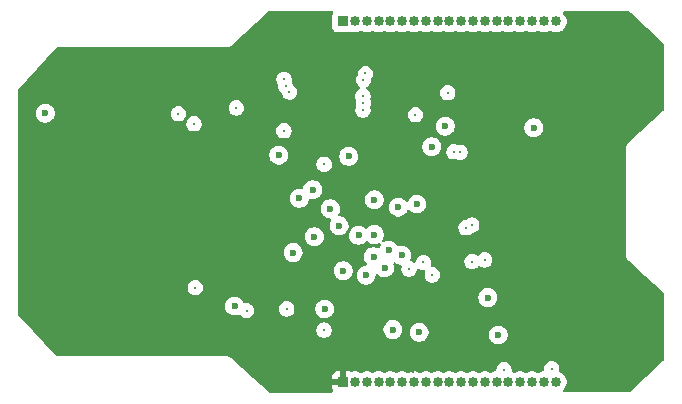
<source format=gbr>
%TF.GenerationSoftware,KiCad,Pcbnew,9.0.3*%
%TF.CreationDate,2025-08-23T20:39:02+05:00*%
%TF.ProjectId,esp-32-new,6573702d-3332-42d6-9e65-772e6b696361,rev?*%
%TF.SameCoordinates,Original*%
%TF.FileFunction,Copper,L2,Inr*%
%TF.FilePolarity,Positive*%
%FSLAX46Y46*%
G04 Gerber Fmt 4.6, Leading zero omitted, Abs format (unit mm)*
G04 Created by KiCad (PCBNEW 9.0.3) date 2025-08-23 20:39:02*
%MOMM*%
%LPD*%
G01*
G04 APERTURE LIST*
%TA.AperFunction,ComponentPad*%
%ADD10R,0.850000X0.850000*%
%TD*%
%TA.AperFunction,ComponentPad*%
%ADD11C,0.850000*%
%TD*%
%TA.AperFunction,HeatsinkPad*%
%ADD12C,0.600000*%
%TD*%
%TA.AperFunction,ViaPad*%
%ADD13C,0.600000*%
%TD*%
%TA.AperFunction,ViaPad*%
%ADD14C,0.300000*%
%TD*%
G04 APERTURE END LIST*
D10*
%TO.N,/VDD33*%
%TO.C,J2*%
X96415000Y-94050000D03*
D11*
%TO.N,/EN*%
X97415000Y-94050000D03*
%TO.N,/SENSOR_VP*%
X98415000Y-94050000D03*
X99415000Y-94050000D03*
%TO.N,/IO34*%
X100415000Y-94050000D03*
%TO.N,/IO35*%
X101415000Y-94050000D03*
%TO.N,/IO32*%
X102415000Y-94050000D03*
%TO.N,/IO33*%
X103415000Y-94050000D03*
%TO.N,/IO25*%
X104415000Y-94050000D03*
%TO.N,/IO26*%
X105415000Y-94050000D03*
%TO.N,/IO27*%
X106415000Y-94050000D03*
%TO.N,/IO14*%
X107415000Y-94050000D03*
%TO.N,/IO12*%
X108415000Y-94050000D03*
%TO.N,GND*%
X109415000Y-94050000D03*
%TO.N,/IO13*%
X110415000Y-94050000D03*
%TO.N,/SHD*%
X111415000Y-94050000D03*
%TO.N,/SWP*%
X112415000Y-94050000D03*
%TO.N,/SCS*%
X113415000Y-94050000D03*
%TO.N,/EXT_5V*%
X114415000Y-94050000D03*
%TD*%
D12*
%TO.N,GND*%
%TO.C,U1*%
X78027500Y-107110000D03*
X76502500Y-107110000D03*
X78790000Y-107872500D03*
X77265000Y-107872500D03*
X75740000Y-107872500D03*
X78027500Y-108635000D03*
X76502500Y-108635000D03*
X78790000Y-109397500D03*
X77265000Y-109397500D03*
X75740000Y-109397500D03*
X78027500Y-110160000D03*
X76502500Y-110160000D03*
%TD*%
D10*
%TO.N,GND*%
%TO.C,J3*%
X96415000Y-124590000D03*
D11*
%TO.N,/IO23*%
X97415000Y-124590000D03*
%TO.N,/IO22*%
X98415000Y-124590000D03*
%TO.N,/TXD0*%
X99415000Y-124590000D03*
%TO.N,/RXD0*%
X100415000Y-124590000D03*
%TO.N,/IO21*%
X101415000Y-124590000D03*
%TO.N,GND*%
X102415000Y-124590000D03*
%TO.N,/IO19*%
X103415000Y-124590000D03*
%TO.N,/IO18*%
X104415000Y-124590000D03*
%TO.N,/IO5*%
X105415000Y-124590000D03*
%TO.N,/IO17*%
X106415000Y-124590000D03*
%TO.N,/IO16*%
X107415000Y-124590000D03*
%TO.N,/IO4*%
X108415000Y-124590000D03*
%TO.N,/IO2*%
X109415000Y-124590000D03*
%TO.N,/IO0*%
X110415000Y-124590000D03*
%TO.N,/IO15*%
X111415000Y-124590000D03*
%TO.N,/SDI*%
X112415000Y-124590000D03*
%TO.N,/SD0*%
X113415000Y-124590000D03*
%TO.N,/SCK*%
X114415000Y-124590000D03*
%TD*%
D13*
%TO.N,Net-(U1-VDD)*%
X98990380Y-113969620D03*
X100274620Y-113415380D03*
X71200000Y-101810000D03*
%TO.N,GND*%
X110800000Y-101130000D03*
X107480000Y-100120000D03*
D14*
X117720000Y-119390000D03*
D13*
X117630000Y-113300000D03*
X107350000Y-108250000D03*
X112750000Y-101120000D03*
X96470000Y-118630000D03*
X106410000Y-118870000D03*
D14*
X108511574Y-95261574D03*
D13*
X99040000Y-99430000D03*
X95230000Y-124630000D03*
X101300000Y-111460000D03*
D14*
X117110000Y-125040000D03*
D13*
X100020000Y-106120000D03*
X117760000Y-98830000D03*
X69860000Y-101980000D03*
X111650000Y-113440000D03*
D14*
X89660000Y-105080000D03*
X86500000Y-104190000D03*
D13*
X89990000Y-118610000D03*
X70040000Y-116900000D03*
D14*
X102330000Y-123760000D03*
D13*
X93300000Y-118470000D03*
D14*
X85270000Y-111380000D03*
X111790000Y-109480000D03*
%TO.N,/EN*%
X98140000Y-98990000D03*
D13*
X96880000Y-105470000D03*
D14*
%TO.N,Net-(U2-VDD)*%
X105280000Y-100080000D03*
X102543554Y-101943554D03*
D13*
%TO.N,/EXT_5V*%
X105060000Y-102910000D03*
X90970000Y-105360000D03*
X109550000Y-120590000D03*
X94850000Y-118390000D03*
%TO.N,/VDD33*%
X100630000Y-120130000D03*
X102850000Y-120368480D03*
X96430000Y-115140000D03*
X98353069Y-115526932D03*
%TO.N,/SCS*%
X92705380Y-109014620D03*
X103910000Y-104650000D03*
X112550000Y-103050000D03*
X99060000Y-109150000D03*
X93830000Y-108300000D03*
D14*
%TO.N,/IO14*%
X91865390Y-100024554D03*
X98100000Y-101530000D03*
X87380000Y-101360000D03*
%TO.N,/SHD*%
X94810000Y-106140000D03*
%TO.N,/IO25*%
X98309106Y-98452000D03*
%TO.N,/IO13*%
X91400000Y-103300000D03*
D13*
%TO.N,/SWP*%
X93990000Y-112270000D03*
X99060000Y-112090000D03*
X97720000Y-112160000D03*
D14*
%TO.N,/IO27*%
X98130000Y-100910000D03*
X83790000Y-102710000D03*
X91544554Y-99524554D03*
%TO.N,/IO26*%
X98086446Y-100373554D03*
X82470000Y-101860000D03*
X91410000Y-98952000D03*
D13*
%TO.N,/IO0*%
X108670000Y-117420000D03*
X87220000Y-118140000D03*
X92180000Y-113610000D03*
D14*
X110040000Y-123540000D03*
X114080000Y-123430000D03*
X103961000Y-115500000D03*
%TO.N,/IO16*%
X94800000Y-120170000D03*
X83900000Y-116580000D03*
%TO.N,/IO4*%
X91640000Y-118380000D03*
X88240000Y-118520000D03*
D13*
%TO.N,Net-(Q2-B)*%
X96072500Y-111350000D03*
X95340000Y-109910000D03*
%TO.N,/DTR*%
X102666543Y-109503457D03*
X101087303Y-109762697D03*
D14*
%TO.N,Net-(U2-~{RST})*%
X106310000Y-105121523D03*
X107332000Y-114380000D03*
X108400000Y-114230000D03*
%TO.N,Net-(U2-VBUS)*%
X105810000Y-105080000D03*
D13*
%TO.N,/TXD*%
X99930380Y-114909620D03*
X101370000Y-113840000D03*
D14*
X106830000Y-111510000D03*
%TO.N,/RXD*%
X103220000Y-114440000D03*
X107310000Y-111281479D03*
X101990000Y-114990000D03*
%TD*%
%TA.AperFunction,Conductor*%
%TO.N,GND*%
G36*
X95456026Y-93172271D02*
G01*
X95523057Y-93191977D01*
X95568795Y-93244796D01*
X95578716Y-93313958D01*
X95555254Y-93370577D01*
X95546207Y-93382662D01*
X95546202Y-93382671D01*
X95495908Y-93517517D01*
X95489501Y-93577116D01*
X95489500Y-93577135D01*
X95489500Y-94522870D01*
X95489501Y-94522876D01*
X95495908Y-94582483D01*
X95546202Y-94717328D01*
X95546206Y-94717335D01*
X95632452Y-94832544D01*
X95632455Y-94832547D01*
X95747664Y-94918793D01*
X95747671Y-94918797D01*
X95882517Y-94969091D01*
X95882516Y-94969091D01*
X95889444Y-94969835D01*
X95942127Y-94975500D01*
X96887872Y-94975499D01*
X96947483Y-94969091D01*
X97042768Y-94933551D01*
X97112457Y-94928568D01*
X97133551Y-94935173D01*
X97145042Y-94939933D01*
X97145044Y-94939933D01*
X97145046Y-94939934D01*
X97323843Y-94975500D01*
X97323846Y-94975500D01*
X97506156Y-94975500D01*
X97626445Y-94951572D01*
X97684958Y-94939933D01*
X97853389Y-94870167D01*
X97853394Y-94870163D01*
X97856541Y-94868482D01*
X97858386Y-94868097D01*
X97859018Y-94867836D01*
X97859067Y-94867955D01*
X97924943Y-94854236D01*
X97973459Y-94868482D01*
X97976615Y-94870169D01*
X98145037Y-94939931D01*
X98145042Y-94939933D01*
X98145046Y-94939933D01*
X98145047Y-94939934D01*
X98323843Y-94975500D01*
X98323846Y-94975500D01*
X98506156Y-94975500D01*
X98626445Y-94951572D01*
X98684958Y-94939933D01*
X98853389Y-94870167D01*
X98853394Y-94870163D01*
X98856541Y-94868482D01*
X98858386Y-94868097D01*
X98859018Y-94867836D01*
X98859067Y-94867955D01*
X98924943Y-94854236D01*
X98973459Y-94868482D01*
X98976615Y-94870169D01*
X99145037Y-94939931D01*
X99145042Y-94939933D01*
X99145046Y-94939933D01*
X99145047Y-94939934D01*
X99323843Y-94975500D01*
X99323846Y-94975500D01*
X99506156Y-94975500D01*
X99626445Y-94951572D01*
X99684958Y-94939933D01*
X99853389Y-94870167D01*
X99853394Y-94870163D01*
X99856541Y-94868482D01*
X99858386Y-94868097D01*
X99859018Y-94867836D01*
X99859067Y-94867955D01*
X99924943Y-94854236D01*
X99973459Y-94868482D01*
X99976615Y-94870169D01*
X100145037Y-94939931D01*
X100145042Y-94939933D01*
X100145046Y-94939933D01*
X100145047Y-94939934D01*
X100323843Y-94975500D01*
X100323846Y-94975500D01*
X100506156Y-94975500D01*
X100626445Y-94951572D01*
X100684958Y-94939933D01*
X100853389Y-94870167D01*
X100853394Y-94870163D01*
X100856541Y-94868482D01*
X100858386Y-94868097D01*
X100859018Y-94867836D01*
X100859067Y-94867955D01*
X100924943Y-94854236D01*
X100973459Y-94868482D01*
X100976615Y-94870169D01*
X101145037Y-94939931D01*
X101145042Y-94939933D01*
X101145046Y-94939933D01*
X101145047Y-94939934D01*
X101323843Y-94975500D01*
X101323846Y-94975500D01*
X101506156Y-94975500D01*
X101626445Y-94951572D01*
X101684958Y-94939933D01*
X101853389Y-94870167D01*
X101853394Y-94870163D01*
X101856541Y-94868482D01*
X101858386Y-94868097D01*
X101859018Y-94867836D01*
X101859067Y-94867955D01*
X101924943Y-94854236D01*
X101973459Y-94868482D01*
X101976615Y-94870169D01*
X102145037Y-94939931D01*
X102145042Y-94939933D01*
X102145046Y-94939933D01*
X102145047Y-94939934D01*
X102323843Y-94975500D01*
X102323846Y-94975500D01*
X102506156Y-94975500D01*
X102626445Y-94951572D01*
X102684958Y-94939933D01*
X102853389Y-94870167D01*
X102853394Y-94870163D01*
X102856541Y-94868482D01*
X102858386Y-94868097D01*
X102859018Y-94867836D01*
X102859067Y-94867955D01*
X102924943Y-94854236D01*
X102973459Y-94868482D01*
X102976615Y-94870169D01*
X103145037Y-94939931D01*
X103145042Y-94939933D01*
X103145046Y-94939933D01*
X103145047Y-94939934D01*
X103323843Y-94975500D01*
X103323846Y-94975500D01*
X103506156Y-94975500D01*
X103626445Y-94951572D01*
X103684958Y-94939933D01*
X103853389Y-94870167D01*
X103853394Y-94870163D01*
X103856541Y-94868482D01*
X103858386Y-94868097D01*
X103859018Y-94867836D01*
X103859067Y-94867955D01*
X103924943Y-94854236D01*
X103973459Y-94868482D01*
X103976615Y-94870169D01*
X104145037Y-94939931D01*
X104145042Y-94939933D01*
X104145046Y-94939933D01*
X104145047Y-94939934D01*
X104323843Y-94975500D01*
X104323846Y-94975500D01*
X104506156Y-94975500D01*
X104626445Y-94951572D01*
X104684958Y-94939933D01*
X104853389Y-94870167D01*
X104853394Y-94870163D01*
X104856541Y-94868482D01*
X104858386Y-94868097D01*
X104859018Y-94867836D01*
X104859067Y-94867955D01*
X104924943Y-94854236D01*
X104973459Y-94868482D01*
X104976615Y-94870169D01*
X105145037Y-94939931D01*
X105145042Y-94939933D01*
X105145046Y-94939933D01*
X105145047Y-94939934D01*
X105323843Y-94975500D01*
X105323846Y-94975500D01*
X105506156Y-94975500D01*
X105626445Y-94951572D01*
X105684958Y-94939933D01*
X105853389Y-94870167D01*
X105853394Y-94870163D01*
X105856541Y-94868482D01*
X105858386Y-94868097D01*
X105859018Y-94867836D01*
X105859067Y-94867955D01*
X105924943Y-94854236D01*
X105973459Y-94868482D01*
X105976615Y-94870169D01*
X106145037Y-94939931D01*
X106145042Y-94939933D01*
X106145046Y-94939933D01*
X106145047Y-94939934D01*
X106323843Y-94975500D01*
X106323846Y-94975500D01*
X106506156Y-94975500D01*
X106626445Y-94951572D01*
X106684958Y-94939933D01*
X106853389Y-94870167D01*
X106853394Y-94870163D01*
X106856541Y-94868482D01*
X106858386Y-94868097D01*
X106859018Y-94867836D01*
X106859067Y-94867955D01*
X106924943Y-94854236D01*
X106973459Y-94868482D01*
X106976615Y-94870169D01*
X107145037Y-94939931D01*
X107145042Y-94939933D01*
X107145046Y-94939933D01*
X107145047Y-94939934D01*
X107323843Y-94975500D01*
X107323846Y-94975500D01*
X107506156Y-94975500D01*
X107626445Y-94951572D01*
X107684958Y-94939933D01*
X107853389Y-94870167D01*
X107853394Y-94870163D01*
X107856541Y-94868482D01*
X107858386Y-94868097D01*
X107859018Y-94867836D01*
X107859067Y-94867955D01*
X107924943Y-94854236D01*
X107973459Y-94868482D01*
X107976615Y-94870169D01*
X108145037Y-94939931D01*
X108145042Y-94939933D01*
X108145046Y-94939933D01*
X108145047Y-94939934D01*
X108323843Y-94975500D01*
X108323846Y-94975500D01*
X108506156Y-94975500D01*
X108626445Y-94951572D01*
X108684958Y-94939933D01*
X108853389Y-94870167D01*
X108853399Y-94870160D01*
X108857061Y-94868203D01*
X108925462Y-94853950D01*
X108973992Y-94868198D01*
X108976854Y-94869728D01*
X109145182Y-94939451D01*
X109145194Y-94939454D01*
X109323890Y-94974999D01*
X109323894Y-94975000D01*
X109506106Y-94975000D01*
X109506109Y-94974999D01*
X109684805Y-94939454D01*
X109684817Y-94939451D01*
X109853140Y-94869730D01*
X109856005Y-94868199D01*
X109857679Y-94867850D01*
X109858781Y-94867394D01*
X109858867Y-94867602D01*
X109924407Y-94853952D01*
X109972918Y-94868193D01*
X109976617Y-94870170D01*
X110145037Y-94939931D01*
X110145042Y-94939933D01*
X110145046Y-94939933D01*
X110145047Y-94939934D01*
X110323843Y-94975500D01*
X110323846Y-94975500D01*
X110506156Y-94975500D01*
X110626445Y-94951572D01*
X110684958Y-94939933D01*
X110853389Y-94870167D01*
X110853394Y-94870163D01*
X110856541Y-94868482D01*
X110858386Y-94868097D01*
X110859018Y-94867836D01*
X110859067Y-94867955D01*
X110924943Y-94854236D01*
X110973459Y-94868482D01*
X110976615Y-94870169D01*
X111145037Y-94939931D01*
X111145042Y-94939933D01*
X111145046Y-94939933D01*
X111145047Y-94939934D01*
X111323843Y-94975500D01*
X111323846Y-94975500D01*
X111506156Y-94975500D01*
X111626445Y-94951572D01*
X111684958Y-94939933D01*
X111853389Y-94870167D01*
X111853394Y-94870163D01*
X111856541Y-94868482D01*
X111858386Y-94868097D01*
X111859018Y-94867836D01*
X111859067Y-94867955D01*
X111924943Y-94854236D01*
X111973459Y-94868482D01*
X111976615Y-94870169D01*
X112145037Y-94939931D01*
X112145042Y-94939933D01*
X112145046Y-94939933D01*
X112145047Y-94939934D01*
X112323843Y-94975500D01*
X112323846Y-94975500D01*
X112506156Y-94975500D01*
X112626445Y-94951572D01*
X112684958Y-94939933D01*
X112853389Y-94870167D01*
X112853394Y-94870163D01*
X112856541Y-94868482D01*
X112858386Y-94868097D01*
X112859018Y-94867836D01*
X112859067Y-94867955D01*
X112924943Y-94854236D01*
X112973459Y-94868482D01*
X112976615Y-94870169D01*
X113145037Y-94939931D01*
X113145042Y-94939933D01*
X113145046Y-94939933D01*
X113145047Y-94939934D01*
X113323843Y-94975500D01*
X113323846Y-94975500D01*
X113506156Y-94975500D01*
X113626445Y-94951572D01*
X113684958Y-94939933D01*
X113853389Y-94870167D01*
X113853394Y-94870163D01*
X113856541Y-94868482D01*
X113858386Y-94868097D01*
X113859018Y-94867836D01*
X113859067Y-94867955D01*
X113924943Y-94854236D01*
X113973459Y-94868482D01*
X113976615Y-94870169D01*
X114145037Y-94939931D01*
X114145042Y-94939933D01*
X114145046Y-94939933D01*
X114145047Y-94939934D01*
X114323843Y-94975500D01*
X114323846Y-94975500D01*
X114506156Y-94975500D01*
X114626445Y-94951572D01*
X114684958Y-94939933D01*
X114797245Y-94893422D01*
X114853387Y-94870168D01*
X114853391Y-94870166D01*
X114928672Y-94819864D01*
X115004972Y-94768883D01*
X115133883Y-94639972D01*
X115235167Y-94488389D01*
X115304933Y-94319958D01*
X115340500Y-94141154D01*
X115340500Y-93958846D01*
X115340500Y-93958843D01*
X115304934Y-93780047D01*
X115304933Y-93780046D01*
X115304933Y-93780042D01*
X115304931Y-93780037D01*
X115235168Y-93611612D01*
X115235166Y-93611608D01*
X115133886Y-93460032D01*
X115133880Y-93460024D01*
X115064192Y-93390336D01*
X115030707Y-93329013D01*
X115035691Y-93259321D01*
X115077563Y-93203388D01*
X115143027Y-93178971D01*
X115151888Y-93178655D01*
X120594036Y-93180419D01*
X120661069Y-93200125D01*
X120678544Y-93213712D01*
X120804502Y-93331117D01*
X123540049Y-95880916D01*
X123575666Y-95941025D01*
X123579500Y-95971622D01*
X123579500Y-101561088D01*
X123559815Y-101628127D01*
X123538259Y-101653430D01*
X120614294Y-104273963D01*
X120604697Y-104282564D01*
X120592686Y-104289500D01*
X120555766Y-104326418D01*
X120553241Y-104328682D01*
X120553238Y-104328683D01*
X120516893Y-104361257D01*
X120516886Y-104361266D01*
X120516347Y-104362093D01*
X120500211Y-104381974D01*
X120499499Y-104382686D01*
X120475094Y-104424956D01*
X120471548Y-104430728D01*
X120444861Y-104471616D01*
X120444860Y-104471616D01*
X120444554Y-104472551D01*
X120440543Y-104484801D01*
X120433608Y-104496814D01*
X120420100Y-104547224D01*
X120419040Y-104550462D01*
X120403847Y-104596857D01*
X120403793Y-104597841D01*
X120403089Y-104610710D01*
X120399500Y-104624108D01*
X120399500Y-104676309D01*
X120396647Y-104728444D01*
X120396849Y-104729408D01*
X120399500Y-104754908D01*
X120399500Y-113897979D01*
X120396647Y-113911556D01*
X120399500Y-113963690D01*
X120399500Y-114015894D01*
X120399755Y-114016846D01*
X120403793Y-114042149D01*
X120403847Y-114043142D01*
X120403847Y-114043143D01*
X120419039Y-114089533D01*
X120420098Y-114092766D01*
X120433608Y-114143186D01*
X120440543Y-114155198D01*
X120444554Y-114167445D01*
X120444860Y-114168380D01*
X120444864Y-114168389D01*
X120471540Y-114209258D01*
X120475085Y-114215027D01*
X120499500Y-114257314D01*
X120499502Y-114257316D01*
X120500194Y-114258008D01*
X120516350Y-114277911D01*
X120516888Y-114278736D01*
X120516890Y-114278738D01*
X120516891Y-114278739D01*
X120516892Y-114278740D01*
X120555765Y-114313579D01*
X120592686Y-114350500D01*
X120604699Y-114357436D01*
X120614295Y-114366036D01*
X120614296Y-114366037D01*
X121997585Y-115605776D01*
X123538260Y-116986569D01*
X123575045Y-117045970D01*
X123579500Y-117078910D01*
X123579500Y-122668376D01*
X123559815Y-122735415D01*
X123540048Y-122759083D01*
X120678544Y-125426286D01*
X120616082Y-125457596D01*
X120594036Y-125459579D01*
X115151914Y-125461343D01*
X115084868Y-125441680D01*
X115039096Y-125388891D01*
X115029130Y-125319736D01*
X115058135Y-125256171D01*
X115064179Y-125249675D01*
X115133883Y-125179972D01*
X115235167Y-125028389D01*
X115304933Y-124859958D01*
X115340500Y-124681154D01*
X115340500Y-124498846D01*
X115340500Y-124498843D01*
X115304934Y-124320047D01*
X115304933Y-124320046D01*
X115304933Y-124320042D01*
X115304931Y-124320037D01*
X115235168Y-124151612D01*
X115235166Y-124151608D01*
X115133886Y-124000032D01*
X115133880Y-124000024D01*
X115004975Y-123871119D01*
X115004967Y-123871113D01*
X114853390Y-123769833D01*
X114783194Y-123740757D01*
X114728791Y-123696916D01*
X114706726Y-123630622D01*
X114709030Y-123602004D01*
X114730500Y-123494071D01*
X114730500Y-123365928D01*
X114705502Y-123240261D01*
X114705501Y-123240260D01*
X114705501Y-123240256D01*
X114667574Y-123148692D01*
X114656466Y-123121875D01*
X114656461Y-123121866D01*
X114585276Y-123015331D01*
X114585273Y-123015327D01*
X114494672Y-122924726D01*
X114494668Y-122924723D01*
X114388133Y-122853538D01*
X114388124Y-122853533D01*
X114269744Y-122804499D01*
X114269738Y-122804497D01*
X114144071Y-122779500D01*
X114144069Y-122779500D01*
X114015931Y-122779500D01*
X114015929Y-122779500D01*
X113890261Y-122804497D01*
X113890255Y-122804499D01*
X113771875Y-122853533D01*
X113771866Y-122853538D01*
X113665331Y-122924723D01*
X113665327Y-122924726D01*
X113574726Y-123015327D01*
X113574723Y-123015331D01*
X113503538Y-123121866D01*
X113503533Y-123121875D01*
X113454499Y-123240255D01*
X113454497Y-123240261D01*
X113429500Y-123365928D01*
X113429500Y-123365931D01*
X113429500Y-123494069D01*
X113429500Y-123494071D01*
X113429499Y-123494071D01*
X113434028Y-123516838D01*
X113427799Y-123586429D01*
X113384934Y-123641605D01*
X113329660Y-123662502D01*
X113329821Y-123663311D01*
X113324971Y-123664275D01*
X113324566Y-123664429D01*
X113323842Y-123664500D01*
X113145047Y-123700065D01*
X113145041Y-123700067D01*
X112976605Y-123769835D01*
X112973444Y-123771525D01*
X112971600Y-123771908D01*
X112970984Y-123772164D01*
X112970935Y-123772047D01*
X112905040Y-123785761D01*
X112856556Y-123771525D01*
X112853394Y-123769835D01*
X112684958Y-123700067D01*
X112684952Y-123700065D01*
X112506156Y-123664500D01*
X112506154Y-123664500D01*
X112323846Y-123664500D01*
X112323844Y-123664500D01*
X112145047Y-123700065D01*
X112145041Y-123700067D01*
X111976605Y-123769835D01*
X111973444Y-123771525D01*
X111971600Y-123771908D01*
X111970984Y-123772164D01*
X111970935Y-123772047D01*
X111905040Y-123785761D01*
X111856556Y-123771525D01*
X111853394Y-123769835D01*
X111684958Y-123700067D01*
X111684952Y-123700065D01*
X111506156Y-123664500D01*
X111506154Y-123664500D01*
X111323846Y-123664500D01*
X111323844Y-123664500D01*
X111145047Y-123700065D01*
X111145041Y-123700067D01*
X110976605Y-123769835D01*
X110973444Y-123771525D01*
X110971600Y-123771908D01*
X110971067Y-123772129D01*
X110969548Y-123773520D01*
X110937171Y-123779073D01*
X110905040Y-123785761D01*
X110902222Y-123785069D01*
X110900684Y-123785333D01*
X110891142Y-123782347D01*
X110866563Y-123776310D01*
X110857026Y-123772263D01*
X110853389Y-123769833D01*
X110765772Y-123733541D01*
X110765178Y-123733289D01*
X110738561Y-123711459D01*
X110711758Y-123689860D01*
X110711582Y-123689333D01*
X110711154Y-123688982D01*
X110700577Y-123656265D01*
X110689694Y-123623566D01*
X110689721Y-123622687D01*
X110689661Y-123622500D01*
X110689736Y-123622215D01*
X110690213Y-123606979D01*
X110690500Y-123604066D01*
X110690500Y-123475928D01*
X110665502Y-123350261D01*
X110665501Y-123350260D01*
X110665501Y-123350256D01*
X110622628Y-123246751D01*
X110616466Y-123231875D01*
X110616461Y-123231866D01*
X110545276Y-123125331D01*
X110545273Y-123125327D01*
X110454672Y-123034726D01*
X110454668Y-123034723D01*
X110348133Y-122963538D01*
X110348124Y-122963533D01*
X110229744Y-122914499D01*
X110229738Y-122914497D01*
X110104071Y-122889500D01*
X110104069Y-122889500D01*
X109975931Y-122889500D01*
X109975929Y-122889500D01*
X109850261Y-122914497D01*
X109850255Y-122914499D01*
X109731875Y-122963533D01*
X109731866Y-122963538D01*
X109625331Y-123034723D01*
X109625327Y-123034726D01*
X109534726Y-123125327D01*
X109534723Y-123125331D01*
X109463538Y-123231866D01*
X109463533Y-123231875D01*
X109414499Y-123350255D01*
X109414497Y-123350261D01*
X109389500Y-123475928D01*
X109389500Y-123549676D01*
X109369815Y-123616715D01*
X109317011Y-123662470D01*
X109289692Y-123671293D01*
X109145047Y-123700065D01*
X109145041Y-123700067D01*
X108976605Y-123769835D01*
X108973444Y-123771525D01*
X108971600Y-123771908D01*
X108970984Y-123772164D01*
X108970935Y-123772047D01*
X108905040Y-123785761D01*
X108856556Y-123771525D01*
X108853394Y-123769835D01*
X108684958Y-123700067D01*
X108684952Y-123700065D01*
X108506156Y-123664500D01*
X108506154Y-123664500D01*
X108323846Y-123664500D01*
X108323844Y-123664500D01*
X108145047Y-123700065D01*
X108145041Y-123700067D01*
X107976605Y-123769835D01*
X107973444Y-123771525D01*
X107971600Y-123771908D01*
X107970984Y-123772164D01*
X107970935Y-123772047D01*
X107905040Y-123785761D01*
X107856556Y-123771525D01*
X107853394Y-123769835D01*
X107684958Y-123700067D01*
X107684952Y-123700065D01*
X107506156Y-123664500D01*
X107506154Y-123664500D01*
X107323846Y-123664500D01*
X107323844Y-123664500D01*
X107145047Y-123700065D01*
X107145041Y-123700067D01*
X106976605Y-123769835D01*
X106973444Y-123771525D01*
X106971600Y-123771908D01*
X106970984Y-123772164D01*
X106970935Y-123772047D01*
X106905040Y-123785761D01*
X106856556Y-123771525D01*
X106853394Y-123769835D01*
X106684958Y-123700067D01*
X106684952Y-123700065D01*
X106506156Y-123664500D01*
X106506154Y-123664500D01*
X106323846Y-123664500D01*
X106323844Y-123664500D01*
X106145047Y-123700065D01*
X106145041Y-123700067D01*
X105976605Y-123769835D01*
X105973444Y-123771525D01*
X105971600Y-123771908D01*
X105970984Y-123772164D01*
X105970935Y-123772047D01*
X105905040Y-123785761D01*
X105856556Y-123771525D01*
X105853394Y-123769835D01*
X105684958Y-123700067D01*
X105684952Y-123700065D01*
X105506156Y-123664500D01*
X105506154Y-123664500D01*
X105323846Y-123664500D01*
X105323844Y-123664500D01*
X105145047Y-123700065D01*
X105145041Y-123700067D01*
X104976605Y-123769835D01*
X104973444Y-123771525D01*
X104971600Y-123771908D01*
X104970984Y-123772164D01*
X104970935Y-123772047D01*
X104905040Y-123785761D01*
X104856556Y-123771525D01*
X104853394Y-123769835D01*
X104684958Y-123700067D01*
X104684952Y-123700065D01*
X104506156Y-123664500D01*
X104506154Y-123664500D01*
X104323846Y-123664500D01*
X104323844Y-123664500D01*
X104145047Y-123700065D01*
X104145041Y-123700067D01*
X103976605Y-123769835D01*
X103973444Y-123771525D01*
X103971600Y-123771908D01*
X103970984Y-123772164D01*
X103970935Y-123772047D01*
X103905040Y-123785761D01*
X103856556Y-123771525D01*
X103853394Y-123769835D01*
X103684958Y-123700067D01*
X103684952Y-123700065D01*
X103506156Y-123664500D01*
X103506154Y-123664500D01*
X103323846Y-123664500D01*
X103323844Y-123664500D01*
X103145047Y-123700065D01*
X103145041Y-123700067D01*
X102976607Y-123769834D01*
X102972909Y-123771811D01*
X102904505Y-123786045D01*
X102856022Y-123771808D01*
X102853153Y-123770275D01*
X102684817Y-123700548D01*
X102684805Y-123700545D01*
X102506109Y-123665000D01*
X102323890Y-123665000D01*
X102145194Y-123700545D01*
X102145186Y-123700547D01*
X101976839Y-123770278D01*
X101973972Y-123771811D01*
X101972300Y-123772158D01*
X101971221Y-123772606D01*
X101971136Y-123772401D01*
X101905568Y-123786045D01*
X101857086Y-123771808D01*
X101853390Y-123769833D01*
X101684962Y-123700068D01*
X101684952Y-123700065D01*
X101506156Y-123664500D01*
X101506154Y-123664500D01*
X101323846Y-123664500D01*
X101323844Y-123664500D01*
X101145047Y-123700065D01*
X101145041Y-123700067D01*
X100976605Y-123769835D01*
X100973444Y-123771525D01*
X100971600Y-123771908D01*
X100970984Y-123772164D01*
X100970935Y-123772047D01*
X100905040Y-123785761D01*
X100856556Y-123771525D01*
X100853394Y-123769835D01*
X100684958Y-123700067D01*
X100684952Y-123700065D01*
X100506156Y-123664500D01*
X100506154Y-123664500D01*
X100323846Y-123664500D01*
X100323844Y-123664500D01*
X100145047Y-123700065D01*
X100145041Y-123700067D01*
X99976605Y-123769835D01*
X99973444Y-123771525D01*
X99971600Y-123771908D01*
X99970984Y-123772164D01*
X99970935Y-123772047D01*
X99905040Y-123785761D01*
X99856556Y-123771525D01*
X99853394Y-123769835D01*
X99684958Y-123700067D01*
X99684952Y-123700065D01*
X99506156Y-123664500D01*
X99506154Y-123664500D01*
X99323846Y-123664500D01*
X99323844Y-123664500D01*
X99145047Y-123700065D01*
X99145041Y-123700067D01*
X98976605Y-123769835D01*
X98973444Y-123771525D01*
X98971600Y-123771908D01*
X98970984Y-123772164D01*
X98970935Y-123772047D01*
X98905040Y-123785761D01*
X98856556Y-123771525D01*
X98853394Y-123769835D01*
X98684958Y-123700067D01*
X98684952Y-123700065D01*
X98506156Y-123664500D01*
X98506154Y-123664500D01*
X98323846Y-123664500D01*
X98323844Y-123664500D01*
X98145047Y-123700065D01*
X98145041Y-123700067D01*
X97976605Y-123769835D01*
X97973444Y-123771525D01*
X97971600Y-123771908D01*
X97970984Y-123772164D01*
X97970935Y-123772047D01*
X97905040Y-123785761D01*
X97856556Y-123771525D01*
X97853394Y-123769835D01*
X97684958Y-123700067D01*
X97684952Y-123700065D01*
X97506156Y-123664500D01*
X97506154Y-123664500D01*
X97323846Y-123664500D01*
X97323844Y-123664500D01*
X97145048Y-123700065D01*
X97145037Y-123700068D01*
X97132867Y-123705109D01*
X97063398Y-123712573D01*
X97042089Y-123706727D01*
X96947380Y-123671403D01*
X96947372Y-123671401D01*
X96887844Y-123665000D01*
X96665000Y-123665000D01*
X96665000Y-124008983D01*
X96645315Y-124076022D01*
X96644103Y-124077873D01*
X96594830Y-124151614D01*
X96525068Y-124320037D01*
X96525065Y-124320047D01*
X96516805Y-124361570D01*
X96464728Y-124340000D01*
X96365272Y-124340000D01*
X96273386Y-124378060D01*
X96203060Y-124448386D01*
X96165000Y-124540272D01*
X96165000Y-124639728D01*
X96203060Y-124731614D01*
X96273386Y-124801940D01*
X96339696Y-124829406D01*
X96291000Y-124840000D01*
X95490000Y-124840000D01*
X95490000Y-125062844D01*
X95496401Y-125122372D01*
X95496403Y-125122379D01*
X95546645Y-125257086D01*
X95546649Y-125257093D01*
X95555874Y-125269416D01*
X95580291Y-125334880D01*
X95565439Y-125403153D01*
X95516033Y-125452558D01*
X95456647Y-125467726D01*
X90229132Y-125469421D01*
X90162086Y-125449758D01*
X90146260Y-125437697D01*
X88774283Y-124206127D01*
X88675168Y-124117155D01*
X95490000Y-124117155D01*
X95490000Y-124340000D01*
X96165000Y-124340000D01*
X96165000Y-123665000D01*
X95942155Y-123665000D01*
X95882627Y-123671401D01*
X95882620Y-123671403D01*
X95747913Y-123721645D01*
X95747906Y-123721649D01*
X95632812Y-123807809D01*
X95632809Y-123807812D01*
X95546649Y-123922906D01*
X95546645Y-123922913D01*
X95496403Y-124057620D01*
X95496401Y-124057627D01*
X95490000Y-124117155D01*
X88675168Y-124117155D01*
X86916851Y-122538783D01*
X86916850Y-122538782D01*
X86914367Y-122536553D01*
X86877314Y-122499500D01*
X86865477Y-122492665D01*
X86855848Y-122484022D01*
X86855305Y-122483534D01*
X86855302Y-122483533D01*
X86855301Y-122483532D01*
X86808567Y-122459809D01*
X86763186Y-122433608D01*
X86749984Y-122430070D01*
X86738447Y-122424214D01*
X86738445Y-122424212D01*
X86737795Y-122423882D01*
X86737791Y-122423881D01*
X86721487Y-122420441D01*
X86689774Y-122413751D01*
X86683292Y-122412200D01*
X86635893Y-122399500D01*
X86635892Y-122399500D01*
X86622221Y-122399500D01*
X86608844Y-122396678D01*
X86556518Y-122399500D01*
X72223586Y-122399500D01*
X72156547Y-122379815D01*
X72132434Y-122359567D01*
X70172132Y-120234071D01*
X94149499Y-120234071D01*
X94174497Y-120359738D01*
X94174499Y-120359744D01*
X94223533Y-120478124D01*
X94223538Y-120478133D01*
X94294723Y-120584668D01*
X94294726Y-120584672D01*
X94385327Y-120675273D01*
X94385331Y-120675276D01*
X94491866Y-120746461D01*
X94491875Y-120746466D01*
X94494770Y-120747665D01*
X94610256Y-120795501D01*
X94610260Y-120795501D01*
X94610261Y-120795502D01*
X94735928Y-120820500D01*
X94735931Y-120820500D01*
X94864071Y-120820500D01*
X94948615Y-120803682D01*
X94989744Y-120795501D01*
X95108127Y-120746465D01*
X95214669Y-120675276D01*
X95305276Y-120584669D01*
X95376465Y-120478127D01*
X95425501Y-120359744D01*
X95439447Y-120289633D01*
X95450500Y-120234071D01*
X95450500Y-120105928D01*
X95450499Y-120105926D01*
X95443206Y-120069257D01*
X95439604Y-120051153D01*
X99829500Y-120051153D01*
X99829500Y-120208846D01*
X99860261Y-120363489D01*
X99860264Y-120363501D01*
X99920602Y-120509172D01*
X99920609Y-120509185D01*
X100008210Y-120640288D01*
X100008213Y-120640292D01*
X100119707Y-120751786D01*
X100119711Y-120751789D01*
X100250814Y-120839390D01*
X100250827Y-120839397D01*
X100396498Y-120899735D01*
X100396503Y-120899737D01*
X100551153Y-120930499D01*
X100551156Y-120930500D01*
X100551158Y-120930500D01*
X100708844Y-120930500D01*
X100708845Y-120930499D01*
X100863497Y-120899737D01*
X101009179Y-120839394D01*
X101140289Y-120751789D01*
X101251789Y-120640289D01*
X101339394Y-120509179D01*
X101399737Y-120363497D01*
X101414430Y-120289633D01*
X102049500Y-120289633D01*
X102049500Y-120447326D01*
X102080261Y-120601969D01*
X102080264Y-120601981D01*
X102140602Y-120747652D01*
X102140609Y-120747665D01*
X102228210Y-120878768D01*
X102228213Y-120878772D01*
X102339707Y-120990266D01*
X102339711Y-120990269D01*
X102470814Y-121077870D01*
X102470827Y-121077877D01*
X102616498Y-121138215D01*
X102616503Y-121138217D01*
X102771153Y-121168979D01*
X102771156Y-121168980D01*
X102771158Y-121168980D01*
X102928844Y-121168980D01*
X102928845Y-121168979D01*
X103083497Y-121138217D01*
X103229179Y-121077874D01*
X103360289Y-120990269D01*
X103471789Y-120878769D01*
X103559394Y-120747659D01*
X103619737Y-120601977D01*
X103637803Y-120511153D01*
X108749500Y-120511153D01*
X108749500Y-120668846D01*
X108780261Y-120823489D01*
X108780264Y-120823501D01*
X108840602Y-120969172D01*
X108840609Y-120969185D01*
X108928210Y-121100288D01*
X108928213Y-121100292D01*
X109039707Y-121211786D01*
X109039711Y-121211789D01*
X109170814Y-121299390D01*
X109170827Y-121299397D01*
X109316498Y-121359735D01*
X109316503Y-121359737D01*
X109471153Y-121390499D01*
X109471156Y-121390500D01*
X109471158Y-121390500D01*
X109628844Y-121390500D01*
X109628845Y-121390499D01*
X109783497Y-121359737D01*
X109929179Y-121299394D01*
X110060289Y-121211789D01*
X110171789Y-121100289D01*
X110259394Y-120969179D01*
X110319737Y-120823497D01*
X110350500Y-120668842D01*
X110350500Y-120511158D01*
X110350500Y-120511155D01*
X110350499Y-120511153D01*
X110321127Y-120363491D01*
X110319737Y-120356503D01*
X110279497Y-120259354D01*
X110259397Y-120210827D01*
X110259390Y-120210814D01*
X110171789Y-120079711D01*
X110171786Y-120079707D01*
X110060292Y-119968213D01*
X110060288Y-119968210D01*
X109929185Y-119880609D01*
X109929172Y-119880602D01*
X109783501Y-119820264D01*
X109783489Y-119820261D01*
X109628845Y-119789500D01*
X109628842Y-119789500D01*
X109471158Y-119789500D01*
X109471155Y-119789500D01*
X109316510Y-119820261D01*
X109316498Y-119820264D01*
X109170827Y-119880602D01*
X109170814Y-119880609D01*
X109039711Y-119968210D01*
X109039707Y-119968213D01*
X108928213Y-120079707D01*
X108928210Y-120079711D01*
X108840609Y-120210814D01*
X108840602Y-120210827D01*
X108780264Y-120356498D01*
X108780261Y-120356510D01*
X108749500Y-120511153D01*
X103637803Y-120511153D01*
X103650500Y-120447322D01*
X103650500Y-120289638D01*
X103650500Y-120289635D01*
X103650499Y-120289633D01*
X103639447Y-120234071D01*
X103619737Y-120134983D01*
X103619735Y-120134978D01*
X103559397Y-119989307D01*
X103559390Y-119989294D01*
X103471789Y-119858191D01*
X103471786Y-119858187D01*
X103360292Y-119746693D01*
X103360288Y-119746690D01*
X103229185Y-119659089D01*
X103229172Y-119659082D01*
X103083501Y-119598744D01*
X103083489Y-119598741D01*
X102928845Y-119567980D01*
X102928842Y-119567980D01*
X102771158Y-119567980D01*
X102771155Y-119567980D01*
X102616510Y-119598741D01*
X102616498Y-119598744D01*
X102470827Y-119659082D01*
X102470814Y-119659089D01*
X102339711Y-119746690D01*
X102339707Y-119746693D01*
X102228213Y-119858187D01*
X102228210Y-119858191D01*
X102140609Y-119989294D01*
X102140602Y-119989307D01*
X102080264Y-120134978D01*
X102080261Y-120134990D01*
X102049500Y-120289633D01*
X101414430Y-120289633D01*
X101420453Y-120259354D01*
X101420453Y-120259353D01*
X101430499Y-120208846D01*
X101430500Y-120208844D01*
X101430500Y-120051155D01*
X101430499Y-120051153D01*
X101418194Y-119989294D01*
X101399737Y-119896503D01*
X101368157Y-119820261D01*
X101339397Y-119750827D01*
X101339390Y-119750814D01*
X101251789Y-119619711D01*
X101251786Y-119619707D01*
X101140292Y-119508213D01*
X101140288Y-119508210D01*
X101009185Y-119420609D01*
X101009172Y-119420602D01*
X100863501Y-119360264D01*
X100863489Y-119360261D01*
X100708845Y-119329500D01*
X100708842Y-119329500D01*
X100551158Y-119329500D01*
X100551155Y-119329500D01*
X100396510Y-119360261D01*
X100396498Y-119360264D01*
X100250827Y-119420602D01*
X100250814Y-119420609D01*
X100119711Y-119508210D01*
X100119707Y-119508213D01*
X100008213Y-119619707D01*
X100008210Y-119619711D01*
X99920609Y-119750814D01*
X99920602Y-119750827D01*
X99860264Y-119896498D01*
X99860261Y-119896510D01*
X99829500Y-120051153D01*
X95439604Y-120051153D01*
X95427300Y-119989301D01*
X95425501Y-119980256D01*
X95384226Y-119880609D01*
X95376466Y-119861875D01*
X95376461Y-119861866D01*
X95305276Y-119755331D01*
X95305273Y-119755327D01*
X95214672Y-119664726D01*
X95214668Y-119664723D01*
X95108133Y-119593538D01*
X95108124Y-119593533D01*
X94989744Y-119544499D01*
X94989738Y-119544497D01*
X94864071Y-119519500D01*
X94864069Y-119519500D01*
X94735931Y-119519500D01*
X94735929Y-119519500D01*
X94610261Y-119544497D01*
X94610255Y-119544499D01*
X94491875Y-119593533D01*
X94491866Y-119593538D01*
X94385331Y-119664723D01*
X94385327Y-119664726D01*
X94294726Y-119755327D01*
X94294723Y-119755331D01*
X94223538Y-119861866D01*
X94223533Y-119861875D01*
X94174499Y-119980255D01*
X94174497Y-119980261D01*
X94149500Y-120105928D01*
X94149500Y-120105931D01*
X94149500Y-120234069D01*
X94149500Y-120234071D01*
X94149499Y-120234071D01*
X70172132Y-120234071D01*
X70125866Y-120183906D01*
X68923348Y-118880052D01*
X68892368Y-118817427D01*
X68890500Y-118795985D01*
X68890500Y-118061153D01*
X86419500Y-118061153D01*
X86419500Y-118218846D01*
X86450261Y-118373489D01*
X86450264Y-118373501D01*
X86510602Y-118519172D01*
X86510609Y-118519185D01*
X86598210Y-118650288D01*
X86598213Y-118650292D01*
X86709707Y-118761786D01*
X86709711Y-118761789D01*
X86840814Y-118849390D01*
X86840827Y-118849397D01*
X86983560Y-118908518D01*
X86986503Y-118909737D01*
X87111839Y-118934668D01*
X87141153Y-118940499D01*
X87141156Y-118940500D01*
X87141158Y-118940500D01*
X87298844Y-118940500D01*
X87298845Y-118940499D01*
X87453497Y-118909737D01*
X87566698Y-118862847D01*
X87636164Y-118855379D01*
X87698643Y-118886654D01*
X87717250Y-118908518D01*
X87734723Y-118934668D01*
X87734726Y-118934672D01*
X87825327Y-119025273D01*
X87825331Y-119025276D01*
X87931866Y-119096461D01*
X87931875Y-119096466D01*
X87938944Y-119099394D01*
X88050256Y-119145501D01*
X88050260Y-119145501D01*
X88050261Y-119145502D01*
X88175928Y-119170500D01*
X88175931Y-119170500D01*
X88304071Y-119170500D01*
X88388615Y-119153682D01*
X88429744Y-119145501D01*
X88548127Y-119096465D01*
X88654669Y-119025276D01*
X88745276Y-118934669D01*
X88816465Y-118828127D01*
X88865501Y-118709744D01*
X88890500Y-118584069D01*
X88890500Y-118455931D01*
X88890500Y-118455928D01*
X88888141Y-118444071D01*
X90989499Y-118444071D01*
X91014497Y-118569738D01*
X91014499Y-118569744D01*
X91063533Y-118688124D01*
X91063538Y-118688133D01*
X91134723Y-118794668D01*
X91134726Y-118794672D01*
X91225327Y-118885273D01*
X91225331Y-118885276D01*
X91331866Y-118956461D01*
X91331872Y-118956464D01*
X91331873Y-118956465D01*
X91450256Y-119005501D01*
X91450260Y-119005501D01*
X91450261Y-119005502D01*
X91575928Y-119030500D01*
X91575931Y-119030500D01*
X91704071Y-119030500D01*
X91798148Y-119011786D01*
X91829744Y-119005501D01*
X91948127Y-118956465D01*
X92054669Y-118885276D01*
X92145276Y-118794669D01*
X92216465Y-118688127D01*
X92265501Y-118569744D01*
X92275561Y-118519172D01*
X92290500Y-118444071D01*
X92290500Y-118315928D01*
X92289550Y-118311153D01*
X94049500Y-118311153D01*
X94049500Y-118468846D01*
X94080261Y-118623489D01*
X94080264Y-118623501D01*
X94140602Y-118769172D01*
X94140609Y-118769185D01*
X94228210Y-118900288D01*
X94228213Y-118900292D01*
X94339707Y-119011786D01*
X94339711Y-119011789D01*
X94470814Y-119099390D01*
X94470827Y-119099397D01*
X94582134Y-119145501D01*
X94616503Y-119159737D01*
X94771153Y-119190499D01*
X94771156Y-119190500D01*
X94771158Y-119190500D01*
X94928844Y-119190500D01*
X94928845Y-119190499D01*
X95083497Y-119159737D01*
X95229179Y-119099394D01*
X95360289Y-119011789D01*
X95471789Y-118900289D01*
X95559394Y-118769179D01*
X95619737Y-118623497D01*
X95650500Y-118468842D01*
X95650500Y-118311158D01*
X95650500Y-118311155D01*
X95650499Y-118311153D01*
X95632467Y-118220500D01*
X95619737Y-118156503D01*
X95619735Y-118156498D01*
X95559397Y-118010827D01*
X95559390Y-118010814D01*
X95471789Y-117879711D01*
X95471786Y-117879707D01*
X95360292Y-117768213D01*
X95360288Y-117768210D01*
X95229185Y-117680609D01*
X95229172Y-117680602D01*
X95083501Y-117620264D01*
X95083489Y-117620261D01*
X94928845Y-117589500D01*
X94928842Y-117589500D01*
X94771158Y-117589500D01*
X94771155Y-117589500D01*
X94616510Y-117620261D01*
X94616498Y-117620264D01*
X94470827Y-117680602D01*
X94470814Y-117680609D01*
X94339711Y-117768210D01*
X94339707Y-117768213D01*
X94228213Y-117879707D01*
X94228210Y-117879711D01*
X94140609Y-118010814D01*
X94140602Y-118010827D01*
X94080264Y-118156498D01*
X94080261Y-118156510D01*
X94049500Y-118311153D01*
X92289550Y-118311153D01*
X92265502Y-118190261D01*
X92265501Y-118190260D01*
X92265501Y-118190256D01*
X92216465Y-118071873D01*
X92216464Y-118071872D01*
X92216461Y-118071866D01*
X92145276Y-117965331D01*
X92145273Y-117965327D01*
X92054672Y-117874726D01*
X92054668Y-117874723D01*
X91948133Y-117803538D01*
X91948124Y-117803533D01*
X91829744Y-117754499D01*
X91829738Y-117754497D01*
X91704071Y-117729500D01*
X91704069Y-117729500D01*
X91575931Y-117729500D01*
X91575929Y-117729500D01*
X91450261Y-117754497D01*
X91450255Y-117754499D01*
X91331875Y-117803533D01*
X91331866Y-117803538D01*
X91225331Y-117874723D01*
X91225327Y-117874726D01*
X91134726Y-117965327D01*
X91134723Y-117965331D01*
X91063538Y-118071866D01*
X91063533Y-118071875D01*
X91014499Y-118190255D01*
X91014497Y-118190261D01*
X90989500Y-118315928D01*
X90989500Y-118315931D01*
X90989500Y-118444069D01*
X90989500Y-118444071D01*
X90989499Y-118444071D01*
X88888141Y-118444071D01*
X88866252Y-118334031D01*
X88866251Y-118334028D01*
X88865501Y-118330256D01*
X88827574Y-118238692D01*
X88816466Y-118211875D01*
X88816461Y-118211866D01*
X88745276Y-118105331D01*
X88745273Y-118105327D01*
X88654672Y-118014726D01*
X88654668Y-118014723D01*
X88548133Y-117943538D01*
X88548124Y-117943533D01*
X88429744Y-117894499D01*
X88429738Y-117894497D01*
X88304071Y-117869500D01*
X88304069Y-117869500D01*
X88175931Y-117869500D01*
X88175928Y-117869500D01*
X88089558Y-117886680D01*
X88019967Y-117880453D01*
X87964789Y-117837590D01*
X87950808Y-117812519D01*
X87929394Y-117760821D01*
X87929390Y-117760814D01*
X87841789Y-117629711D01*
X87841786Y-117629707D01*
X87730292Y-117518213D01*
X87730288Y-117518210D01*
X87610545Y-117438200D01*
X87610496Y-117438168D01*
X87599179Y-117430606D01*
X87599172Y-117430602D01*
X87453501Y-117370264D01*
X87453489Y-117370261D01*
X87307155Y-117341153D01*
X107869500Y-117341153D01*
X107869500Y-117498846D01*
X107900261Y-117653489D01*
X107900264Y-117653501D01*
X107960602Y-117799172D01*
X107960609Y-117799185D01*
X108048210Y-117930288D01*
X108048213Y-117930292D01*
X108159707Y-118041786D01*
X108159711Y-118041789D01*
X108290814Y-118129390D01*
X108290827Y-118129397D01*
X108356256Y-118156498D01*
X108436503Y-118189737D01*
X108582823Y-118218842D01*
X108591153Y-118220499D01*
X108591156Y-118220500D01*
X108591158Y-118220500D01*
X108748844Y-118220500D01*
X108748845Y-118220499D01*
X108903497Y-118189737D01*
X109049179Y-118129394D01*
X109180289Y-118041789D01*
X109291789Y-117930289D01*
X109379394Y-117799179D01*
X109439737Y-117653497D01*
X109470500Y-117498842D01*
X109470500Y-117341158D01*
X109470500Y-117341155D01*
X109470499Y-117341153D01*
X109470170Y-117339500D01*
X109439737Y-117186503D01*
X109439735Y-117186498D01*
X109379397Y-117040827D01*
X109379390Y-117040814D01*
X109291789Y-116909711D01*
X109291786Y-116909707D01*
X109180292Y-116798213D01*
X109180288Y-116798210D01*
X109049185Y-116710609D01*
X109049172Y-116710602D01*
X108903501Y-116650264D01*
X108903489Y-116650261D01*
X108748845Y-116619500D01*
X108748842Y-116619500D01*
X108591158Y-116619500D01*
X108591155Y-116619500D01*
X108436510Y-116650261D01*
X108436498Y-116650264D01*
X108290827Y-116710602D01*
X108290814Y-116710609D01*
X108159711Y-116798210D01*
X108159707Y-116798213D01*
X108048213Y-116909707D01*
X108048210Y-116909711D01*
X107960609Y-117040814D01*
X107960602Y-117040827D01*
X107900264Y-117186498D01*
X107900261Y-117186510D01*
X107869500Y-117341153D01*
X87307155Y-117341153D01*
X87298845Y-117339500D01*
X87298842Y-117339500D01*
X87141158Y-117339500D01*
X87141155Y-117339500D01*
X86986510Y-117370261D01*
X86986498Y-117370264D01*
X86840827Y-117430602D01*
X86840814Y-117430609D01*
X86709711Y-117518210D01*
X86709707Y-117518213D01*
X86598213Y-117629707D01*
X86598210Y-117629711D01*
X86510609Y-117760814D01*
X86510602Y-117760827D01*
X86450264Y-117906498D01*
X86450261Y-117906510D01*
X86419500Y-118061153D01*
X68890500Y-118061153D01*
X68890500Y-116644071D01*
X83249499Y-116644071D01*
X83274497Y-116769738D01*
X83274499Y-116769744D01*
X83323533Y-116888124D01*
X83323538Y-116888133D01*
X83394723Y-116994668D01*
X83394726Y-116994672D01*
X83485327Y-117085273D01*
X83485331Y-117085276D01*
X83591866Y-117156461D01*
X83591872Y-117156464D01*
X83591873Y-117156465D01*
X83710256Y-117205501D01*
X83710260Y-117205501D01*
X83710261Y-117205502D01*
X83835928Y-117230500D01*
X83835931Y-117230500D01*
X83964071Y-117230500D01*
X84048615Y-117213682D01*
X84089744Y-117205501D01*
X84208127Y-117156465D01*
X84314669Y-117085276D01*
X84405276Y-116994669D01*
X84476465Y-116888127D01*
X84525501Y-116769744D01*
X84538011Y-116706856D01*
X84550500Y-116644071D01*
X84550500Y-116515928D01*
X84525502Y-116390261D01*
X84525501Y-116390260D01*
X84525501Y-116390256D01*
X84476465Y-116271873D01*
X84476464Y-116271872D01*
X84476461Y-116271866D01*
X84405276Y-116165331D01*
X84405273Y-116165327D01*
X84314672Y-116074726D01*
X84314668Y-116074723D01*
X84208133Y-116003538D01*
X84208124Y-116003533D01*
X84089744Y-115954499D01*
X84089738Y-115954497D01*
X83964071Y-115929500D01*
X83964069Y-115929500D01*
X83835931Y-115929500D01*
X83835929Y-115929500D01*
X83710261Y-115954497D01*
X83710255Y-115954499D01*
X83591875Y-116003533D01*
X83591866Y-116003538D01*
X83485331Y-116074723D01*
X83485327Y-116074726D01*
X83394726Y-116165327D01*
X83394723Y-116165331D01*
X83323538Y-116271866D01*
X83323533Y-116271875D01*
X83274499Y-116390255D01*
X83274497Y-116390261D01*
X83249500Y-116515928D01*
X83249500Y-116515931D01*
X83249500Y-116644069D01*
X83249500Y-116644071D01*
X83249499Y-116644071D01*
X68890500Y-116644071D01*
X68890500Y-115061153D01*
X95629500Y-115061153D01*
X95629500Y-115218846D01*
X95660261Y-115373489D01*
X95660264Y-115373501D01*
X95720602Y-115519172D01*
X95720609Y-115519185D01*
X95808210Y-115650288D01*
X95808213Y-115650292D01*
X95919707Y-115761786D01*
X95919711Y-115761789D01*
X96050814Y-115849390D01*
X96050827Y-115849397D01*
X96187732Y-115906104D01*
X96196503Y-115909737D01*
X96295858Y-115929500D01*
X96351153Y-115940499D01*
X96351156Y-115940500D01*
X96351158Y-115940500D01*
X96508844Y-115940500D01*
X96508845Y-115940499D01*
X96663497Y-115909737D01*
X96809179Y-115849394D01*
X96940289Y-115761789D01*
X97051789Y-115650289D01*
X97139394Y-115519179D01*
X97199737Y-115373497D01*
X97230500Y-115218842D01*
X97230500Y-115061158D01*
X97230500Y-115061155D01*
X97230499Y-115061153D01*
X97229090Y-115054069D01*
X97199737Y-114906503D01*
X97178612Y-114855502D01*
X97139397Y-114760827D01*
X97139390Y-114760814D01*
X97051789Y-114629711D01*
X97051786Y-114629707D01*
X96940292Y-114518213D01*
X96940288Y-114518210D01*
X96809185Y-114430609D01*
X96809172Y-114430602D01*
X96663501Y-114370264D01*
X96663489Y-114370261D01*
X96508845Y-114339500D01*
X96508842Y-114339500D01*
X96351158Y-114339500D01*
X96351155Y-114339500D01*
X96196510Y-114370261D01*
X96196498Y-114370264D01*
X96050827Y-114430602D01*
X96050814Y-114430609D01*
X95919711Y-114518210D01*
X95919707Y-114518213D01*
X95808213Y-114629707D01*
X95808210Y-114629711D01*
X95720609Y-114760814D01*
X95720602Y-114760827D01*
X95660264Y-114906498D01*
X95660261Y-114906510D01*
X95629500Y-115061153D01*
X68890500Y-115061153D01*
X68890500Y-113531153D01*
X91379500Y-113531153D01*
X91379500Y-113688846D01*
X91410261Y-113843489D01*
X91410264Y-113843501D01*
X91470602Y-113989172D01*
X91470609Y-113989185D01*
X91558210Y-114120288D01*
X91558213Y-114120292D01*
X91669707Y-114231786D01*
X91669711Y-114231789D01*
X91800814Y-114319390D01*
X91800827Y-114319397D01*
X91923633Y-114370264D01*
X91946503Y-114379737D01*
X92101153Y-114410499D01*
X92101156Y-114410500D01*
X92101158Y-114410500D01*
X92258844Y-114410500D01*
X92258845Y-114410499D01*
X92413497Y-114379737D01*
X92559179Y-114319394D01*
X92690289Y-114231789D01*
X92801789Y-114120289D01*
X92889394Y-113989179D01*
X92949737Y-113843497D01*
X92980500Y-113688842D01*
X92980500Y-113531158D01*
X92980500Y-113531155D01*
X92980499Y-113531153D01*
X92966509Y-113460821D01*
X92949737Y-113376503D01*
X92937861Y-113347831D01*
X92889397Y-113230827D01*
X92889390Y-113230814D01*
X92801789Y-113099711D01*
X92801786Y-113099707D01*
X92690292Y-112988213D01*
X92690288Y-112988210D01*
X92559185Y-112900609D01*
X92559172Y-112900602D01*
X92413501Y-112840264D01*
X92413489Y-112840261D01*
X92258845Y-112809500D01*
X92258842Y-112809500D01*
X92101158Y-112809500D01*
X92101155Y-112809500D01*
X91946510Y-112840261D01*
X91946498Y-112840264D01*
X91800827Y-112900602D01*
X91800814Y-112900609D01*
X91669711Y-112988210D01*
X91669707Y-112988213D01*
X91558213Y-113099707D01*
X91558210Y-113099711D01*
X91470609Y-113230814D01*
X91470602Y-113230827D01*
X91410264Y-113376498D01*
X91410261Y-113376510D01*
X91379500Y-113531153D01*
X68890500Y-113531153D01*
X68890500Y-112191153D01*
X93189500Y-112191153D01*
X93189500Y-112348846D01*
X93220261Y-112503489D01*
X93220264Y-112503501D01*
X93280602Y-112649172D01*
X93280609Y-112649185D01*
X93368210Y-112780288D01*
X93368213Y-112780292D01*
X93479707Y-112891786D01*
X93479711Y-112891789D01*
X93610814Y-112979390D01*
X93610827Y-112979397D01*
X93747954Y-113036196D01*
X93756503Y-113039737D01*
X93909962Y-113070262D01*
X93911153Y-113070499D01*
X93911156Y-113070500D01*
X93911158Y-113070500D01*
X94068844Y-113070500D01*
X94068845Y-113070499D01*
X94223497Y-113039737D01*
X94369179Y-112979394D01*
X94500289Y-112891789D01*
X94611789Y-112780289D01*
X94699394Y-112649179D01*
X94700604Y-112646259D01*
X94735034Y-112563136D01*
X94759737Y-112503497D01*
X94790500Y-112348842D01*
X94790500Y-112191158D01*
X94790500Y-112191155D01*
X94790499Y-112191153D01*
X94784402Y-112160500D01*
X94759737Y-112036503D01*
X94717616Y-111934813D01*
X94699397Y-111890827D01*
X94699390Y-111890814D01*
X94611789Y-111759711D01*
X94611786Y-111759707D01*
X94500292Y-111648213D01*
X94500288Y-111648210D01*
X94369185Y-111560609D01*
X94369172Y-111560602D01*
X94223501Y-111500264D01*
X94223489Y-111500261D01*
X94068845Y-111469500D01*
X94068842Y-111469500D01*
X93911158Y-111469500D01*
X93911155Y-111469500D01*
X93756510Y-111500261D01*
X93756498Y-111500264D01*
X93610827Y-111560602D01*
X93610814Y-111560609D01*
X93479711Y-111648210D01*
X93479707Y-111648213D01*
X93368213Y-111759707D01*
X93368210Y-111759711D01*
X93280609Y-111890814D01*
X93280602Y-111890827D01*
X93220264Y-112036498D01*
X93220261Y-112036510D01*
X93189500Y-112191153D01*
X68890500Y-112191153D01*
X68890500Y-109831153D01*
X94539500Y-109831153D01*
X94539500Y-109988846D01*
X94570261Y-110143489D01*
X94570264Y-110143501D01*
X94630602Y-110289172D01*
X94630609Y-110289185D01*
X94718210Y-110420288D01*
X94718213Y-110420292D01*
X94829707Y-110531786D01*
X94829711Y-110531789D01*
X94960814Y-110619390D01*
X94960827Y-110619397D01*
X95049138Y-110655976D01*
X95106503Y-110679737D01*
X95261153Y-110710499D01*
X95261156Y-110710500D01*
X95305059Y-110710500D01*
X95372098Y-110730185D01*
X95417853Y-110782989D01*
X95427797Y-110852147D01*
X95408161Y-110903391D01*
X95363109Y-110970814D01*
X95363102Y-110970827D01*
X95302764Y-111116498D01*
X95302761Y-111116510D01*
X95272000Y-111271153D01*
X95272000Y-111428846D01*
X95302761Y-111583489D01*
X95302764Y-111583501D01*
X95363102Y-111729172D01*
X95363109Y-111729185D01*
X95450710Y-111860288D01*
X95450713Y-111860292D01*
X95562207Y-111971786D01*
X95562211Y-111971789D01*
X95693314Y-112059390D01*
X95693327Y-112059397D01*
X95838998Y-112119735D01*
X95839003Y-112119737D01*
X95993653Y-112150499D01*
X95993656Y-112150500D01*
X95993658Y-112150500D01*
X96151344Y-112150500D01*
X96151345Y-112150499D01*
X96305997Y-112119737D01*
X96399148Y-112081153D01*
X96919500Y-112081153D01*
X96919500Y-112238846D01*
X96950261Y-112393489D01*
X96950264Y-112393501D01*
X97010602Y-112539172D01*
X97010609Y-112539185D01*
X97098210Y-112670288D01*
X97098213Y-112670292D01*
X97209707Y-112781786D01*
X97209711Y-112781789D01*
X97340814Y-112869390D01*
X97340827Y-112869397D01*
X97464893Y-112920786D01*
X97486503Y-112929737D01*
X97641153Y-112960499D01*
X97641156Y-112960500D01*
X97641158Y-112960500D01*
X97798844Y-112960500D01*
X97798845Y-112960499D01*
X97953497Y-112929737D01*
X98099179Y-112869394D01*
X98230289Y-112781789D01*
X98231790Y-112780288D01*
X98337319Y-112674760D01*
X98398642Y-112641275D01*
X98468334Y-112646259D01*
X98512681Y-112674760D01*
X98549707Y-112711786D01*
X98549711Y-112711789D01*
X98680814Y-112799390D01*
X98680827Y-112799397D01*
X98807457Y-112851848D01*
X98826503Y-112859737D01*
X98981153Y-112890499D01*
X98981156Y-112890500D01*
X98981158Y-112890500D01*
X99138844Y-112890500D01*
X99138845Y-112890499D01*
X99293497Y-112859737D01*
X99439179Y-112799394D01*
X99439184Y-112799390D01*
X99444554Y-112796521D01*
X99445904Y-112799048D01*
X99500735Y-112781709D01*
X99568168Y-112800002D01*
X99615005Y-112851848D01*
X99626378Y-112920786D01*
X99606404Y-112974572D01*
X99565228Y-113036196D01*
X99565224Y-113036203D01*
X99504819Y-113182036D01*
X99460978Y-113236439D01*
X99394684Y-113258504D01*
X99342806Y-113249144D01*
X99223881Y-113199884D01*
X99223869Y-113199881D01*
X99069225Y-113169120D01*
X99069222Y-113169120D01*
X98911538Y-113169120D01*
X98911535Y-113169120D01*
X98756890Y-113199881D01*
X98756878Y-113199884D01*
X98611207Y-113260222D01*
X98611194Y-113260229D01*
X98480091Y-113347830D01*
X98480087Y-113347833D01*
X98368593Y-113459327D01*
X98368590Y-113459331D01*
X98280989Y-113590434D01*
X98280982Y-113590447D01*
X98220644Y-113736118D01*
X98220641Y-113736130D01*
X98189880Y-113890773D01*
X98189880Y-114048466D01*
X98220641Y-114203109D01*
X98220644Y-114203121D01*
X98280982Y-114348792D01*
X98280989Y-114348805D01*
X98368590Y-114479908D01*
X98368593Y-114479912D01*
X98403432Y-114514751D01*
X98436917Y-114576074D01*
X98431933Y-114645766D01*
X98390061Y-114701699D01*
X98324597Y-114726116D01*
X98315751Y-114726432D01*
X98274224Y-114726432D01*
X98119579Y-114757193D01*
X98119567Y-114757196D01*
X97973896Y-114817534D01*
X97973883Y-114817541D01*
X97842780Y-114905142D01*
X97842776Y-114905145D01*
X97731282Y-115016639D01*
X97731279Y-115016643D01*
X97643678Y-115147746D01*
X97643671Y-115147759D01*
X97583333Y-115293430D01*
X97583330Y-115293442D01*
X97552569Y-115448085D01*
X97552569Y-115605778D01*
X97583330Y-115760421D01*
X97583333Y-115760433D01*
X97643671Y-115906104D01*
X97643678Y-115906117D01*
X97731279Y-116037220D01*
X97731282Y-116037224D01*
X97842776Y-116148718D01*
X97842780Y-116148721D01*
X97973883Y-116236322D01*
X97973896Y-116236329D01*
X98119567Y-116296667D01*
X98119572Y-116296669D01*
X98274222Y-116327431D01*
X98274225Y-116327432D01*
X98274227Y-116327432D01*
X98431913Y-116327432D01*
X98431914Y-116327431D01*
X98586566Y-116296669D01*
X98732248Y-116236326D01*
X98863358Y-116148721D01*
X98974858Y-116037221D01*
X99062463Y-115906111D01*
X99122806Y-115760429D01*
X99153569Y-115605774D01*
X99153569Y-115564250D01*
X99173254Y-115497211D01*
X99226058Y-115451456D01*
X99295216Y-115441512D01*
X99358772Y-115470537D01*
X99365250Y-115476569D01*
X99420087Y-115531406D01*
X99420091Y-115531409D01*
X99551194Y-115619010D01*
X99551207Y-115619017D01*
X99626713Y-115650292D01*
X99696883Y-115679357D01*
X99851533Y-115710119D01*
X99851536Y-115710120D01*
X99851538Y-115710120D01*
X100009224Y-115710120D01*
X100009225Y-115710119D01*
X100163877Y-115679357D01*
X100309559Y-115619014D01*
X100440669Y-115531409D01*
X100552169Y-115419909D01*
X100639774Y-115288799D01*
X100700117Y-115143117D01*
X100730880Y-114988462D01*
X100730880Y-114830778D01*
X100730880Y-114830775D01*
X100730879Y-114830773D01*
X100716966Y-114760827D01*
X100700117Y-114676123D01*
X100672718Y-114609977D01*
X100665250Y-114540509D01*
X100696525Y-114478030D01*
X100756614Y-114442378D01*
X100826439Y-114444872D01*
X100856171Y-114459424D01*
X100990814Y-114549390D01*
X100990827Y-114549397D01*
X101136498Y-114609735D01*
X101136503Y-114609737D01*
X101188114Y-114620003D01*
X101271860Y-114636662D01*
X101333771Y-114669047D01*
X101368346Y-114729763D01*
X101364901Y-114794014D01*
X101366267Y-114794429D01*
X101364497Y-114800261D01*
X101339500Y-114925928D01*
X101339500Y-114925931D01*
X101339500Y-115054069D01*
X101339500Y-115054071D01*
X101339499Y-115054071D01*
X101364497Y-115179738D01*
X101364499Y-115179744D01*
X101413533Y-115298124D01*
X101413538Y-115298133D01*
X101484723Y-115404668D01*
X101484726Y-115404672D01*
X101575327Y-115495273D01*
X101575331Y-115495276D01*
X101681866Y-115566461D01*
X101681872Y-115566464D01*
X101681873Y-115566465D01*
X101800256Y-115615501D01*
X101800260Y-115615501D01*
X101800261Y-115615502D01*
X101925928Y-115640500D01*
X101925931Y-115640500D01*
X102054071Y-115640500D01*
X102162083Y-115619014D01*
X102179744Y-115615501D01*
X102298127Y-115566465D01*
X102404669Y-115495276D01*
X102495276Y-115404669D01*
X102566465Y-115298127D01*
X102615501Y-115179744D01*
X102633253Y-115090500D01*
X102641689Y-115048094D01*
X102642957Y-115048346D01*
X102666607Y-114989764D01*
X102723639Y-114949400D01*
X102793438Y-114946277D01*
X102832747Y-114963595D01*
X102911866Y-115016461D01*
X102911875Y-115016466D01*
X102917911Y-115018966D01*
X103030256Y-115065501D01*
X103030260Y-115065501D01*
X103030261Y-115065502D01*
X103155928Y-115090500D01*
X103240946Y-115090500D01*
X103307985Y-115110185D01*
X103353740Y-115162989D01*
X103363684Y-115232147D01*
X103355507Y-115261953D01*
X103335499Y-115310255D01*
X103335497Y-115310261D01*
X103310500Y-115435928D01*
X103310500Y-115435931D01*
X103310500Y-115564069D01*
X103310500Y-115564071D01*
X103310499Y-115564071D01*
X103335497Y-115689738D01*
X103335499Y-115689744D01*
X103384533Y-115808124D01*
X103384538Y-115808133D01*
X103455723Y-115914668D01*
X103455726Y-115914672D01*
X103546327Y-116005273D01*
X103546331Y-116005276D01*
X103652866Y-116076461D01*
X103652872Y-116076464D01*
X103652873Y-116076465D01*
X103771256Y-116125501D01*
X103771260Y-116125501D01*
X103771261Y-116125502D01*
X103896928Y-116150500D01*
X103896931Y-116150500D01*
X104025071Y-116150500D01*
X104109615Y-116133682D01*
X104150744Y-116125501D01*
X104269127Y-116076465D01*
X104375669Y-116005276D01*
X104466276Y-115914669D01*
X104537465Y-115808127D01*
X104586501Y-115689744D01*
X104600570Y-115619017D01*
X104611500Y-115564071D01*
X104611500Y-115435928D01*
X104586502Y-115310261D01*
X104586501Y-115310260D01*
X104586501Y-115310256D01*
X104537465Y-115191873D01*
X104537464Y-115191872D01*
X104537461Y-115191866D01*
X104466276Y-115085331D01*
X104466273Y-115085327D01*
X104375672Y-114994726D01*
X104375668Y-114994723D01*
X104269133Y-114923538D01*
X104269124Y-114923533D01*
X104150744Y-114874499D01*
X104150738Y-114874497D01*
X104025071Y-114849500D01*
X104025069Y-114849500D01*
X103940054Y-114849500D01*
X103873015Y-114829815D01*
X103827260Y-114777011D01*
X103817316Y-114707853D01*
X103825493Y-114678047D01*
X103826290Y-114676123D01*
X103845501Y-114629744D01*
X103857437Y-114569738D01*
X103870500Y-114504071D01*
X103870500Y-114444071D01*
X106681499Y-114444071D01*
X106706497Y-114569738D01*
X106706499Y-114569744D01*
X106755533Y-114688124D01*
X106755538Y-114688133D01*
X106826723Y-114794668D01*
X106826726Y-114794672D01*
X106917327Y-114885273D01*
X106917331Y-114885276D01*
X107023866Y-114956461D01*
X107023872Y-114956464D01*
X107023873Y-114956465D01*
X107142256Y-115005501D01*
X107142260Y-115005501D01*
X107142261Y-115005502D01*
X107267928Y-115030500D01*
X107267931Y-115030500D01*
X107396071Y-115030500D01*
X107480615Y-115013682D01*
X107521744Y-115005501D01*
X107640127Y-114956465D01*
X107746669Y-114885276D01*
X107837276Y-114794669D01*
X107841515Y-114788324D01*
X107895120Y-114743517D01*
X107964444Y-114734803D01*
X108013512Y-114754106D01*
X108091866Y-114806461D01*
X108091872Y-114806464D01*
X108091873Y-114806465D01*
X108210256Y-114855501D01*
X108210260Y-114855501D01*
X108210261Y-114855502D01*
X108335928Y-114880500D01*
X108335931Y-114880500D01*
X108464071Y-114880500D01*
X108548615Y-114863682D01*
X108589744Y-114855501D01*
X108708127Y-114806465D01*
X108814669Y-114735276D01*
X108905276Y-114644669D01*
X108976465Y-114538127D01*
X109025501Y-114419744D01*
X109036184Y-114366037D01*
X109050500Y-114294071D01*
X109050500Y-114165928D01*
X109025502Y-114040261D01*
X109025501Y-114040260D01*
X109025501Y-114040256D01*
X108976465Y-113921873D01*
X108976464Y-113921872D01*
X108976461Y-113921866D01*
X108905276Y-113815331D01*
X108905273Y-113815327D01*
X108814672Y-113724726D01*
X108814668Y-113724723D01*
X108708133Y-113653538D01*
X108708124Y-113653533D01*
X108589744Y-113604499D01*
X108589738Y-113604497D01*
X108464071Y-113579500D01*
X108464069Y-113579500D01*
X108335931Y-113579500D01*
X108335929Y-113579500D01*
X108210261Y-113604497D01*
X108210255Y-113604499D01*
X108091875Y-113653533D01*
X108091866Y-113653538D01*
X107985331Y-113724723D01*
X107985327Y-113724726D01*
X107894726Y-113815327D01*
X107894723Y-113815331D01*
X107890480Y-113821682D01*
X107836867Y-113866487D01*
X107767542Y-113875194D01*
X107718487Y-113855893D01*
X107640133Y-113803538D01*
X107640124Y-113803533D01*
X107521744Y-113754499D01*
X107521738Y-113754497D01*
X107396071Y-113729500D01*
X107396069Y-113729500D01*
X107267931Y-113729500D01*
X107267929Y-113729500D01*
X107142261Y-113754497D01*
X107142255Y-113754499D01*
X107023875Y-113803533D01*
X107023866Y-113803538D01*
X106917331Y-113874723D01*
X106917327Y-113874726D01*
X106826726Y-113965327D01*
X106826723Y-113965331D01*
X106755538Y-114071866D01*
X106755533Y-114071875D01*
X106706499Y-114190255D01*
X106706497Y-114190261D01*
X106681500Y-114315928D01*
X106681500Y-114315931D01*
X106681500Y-114444069D01*
X106681500Y-114444071D01*
X106681499Y-114444071D01*
X103870500Y-114444071D01*
X103870500Y-114375928D01*
X103870499Y-114375926D01*
X103862166Y-114334030D01*
X103845502Y-114250261D01*
X103845501Y-114250260D01*
X103845501Y-114250256D01*
X103796465Y-114131873D01*
X103796464Y-114131872D01*
X103796461Y-114131866D01*
X103725276Y-114025331D01*
X103725273Y-114025327D01*
X103634672Y-113934726D01*
X103634668Y-113934723D01*
X103528133Y-113863538D01*
X103528124Y-113863533D01*
X103409744Y-113814499D01*
X103409738Y-113814497D01*
X103284071Y-113789500D01*
X103284069Y-113789500D01*
X103155931Y-113789500D01*
X103155929Y-113789500D01*
X103030261Y-113814497D01*
X103030255Y-113814499D01*
X102911875Y-113863533D01*
X102911866Y-113863538D01*
X102805331Y-113934723D01*
X102805327Y-113934726D01*
X102714726Y-114025327D01*
X102714723Y-114025331D01*
X102643538Y-114131866D01*
X102643533Y-114131875D01*
X102594499Y-114250255D01*
X102594497Y-114250261D01*
X102568311Y-114381906D01*
X102567046Y-114381654D01*
X102543377Y-114440254D01*
X102486338Y-114480607D01*
X102416537Y-114483716D01*
X102377252Y-114466404D01*
X102298133Y-114413538D01*
X102298124Y-114413533D01*
X102179744Y-114364499D01*
X102179734Y-114364496D01*
X102179607Y-114364471D01*
X102179546Y-114364439D01*
X102173912Y-114362730D01*
X102174236Y-114361661D01*
X102117697Y-114332084D01*
X102083125Y-114271367D01*
X102086868Y-114201598D01*
X102089233Y-114195423D01*
X102139737Y-114073497D01*
X102170500Y-113918842D01*
X102170500Y-113761158D01*
X102170500Y-113761155D01*
X102170499Y-113761153D01*
X102163253Y-113724724D01*
X102139737Y-113606503D01*
X102138906Y-113604497D01*
X102079397Y-113460827D01*
X102079390Y-113460814D01*
X101991789Y-113329711D01*
X101991786Y-113329707D01*
X101880292Y-113218213D01*
X101880288Y-113218210D01*
X101749185Y-113130609D01*
X101749172Y-113130602D01*
X101603501Y-113070264D01*
X101603489Y-113070261D01*
X101448845Y-113039500D01*
X101448842Y-113039500D01*
X101291158Y-113039500D01*
X101291155Y-113039500D01*
X101136505Y-113070261D01*
X101136502Y-113070262D01*
X101128909Y-113073408D01*
X101059440Y-113080874D01*
X100996961Y-113049597D01*
X100978358Y-113027736D01*
X100896409Y-112905091D01*
X100896406Y-112905087D01*
X100784912Y-112793593D01*
X100784908Y-112793590D01*
X100653805Y-112705989D01*
X100653792Y-112705982D01*
X100508121Y-112645644D01*
X100508109Y-112645641D01*
X100353465Y-112614880D01*
X100353462Y-112614880D01*
X100195778Y-112614880D01*
X100195775Y-112614880D01*
X100041130Y-112645641D01*
X100041118Y-112645644D01*
X99895447Y-112705982D01*
X99890066Y-112708859D01*
X99888757Y-112706409D01*
X99833402Y-112723679D01*
X99766041Y-112705124D01*
X99719405Y-112653096D01*
X99708301Y-112584115D01*
X99728215Y-112530807D01*
X99769394Y-112469179D01*
X99829737Y-112323497D01*
X99860500Y-112168842D01*
X99860500Y-112011158D01*
X99860500Y-112011155D01*
X99860499Y-112011153D01*
X99843296Y-111924668D01*
X99829737Y-111856503D01*
X99800847Y-111786755D01*
X99769397Y-111710827D01*
X99769390Y-111710814D01*
X99681789Y-111579711D01*
X99681786Y-111579707D01*
X99676150Y-111574071D01*
X106179499Y-111574071D01*
X106204497Y-111699738D01*
X106204499Y-111699744D01*
X106253533Y-111818124D01*
X106253538Y-111818133D01*
X106324723Y-111924668D01*
X106324726Y-111924672D01*
X106415327Y-112015273D01*
X106415331Y-112015276D01*
X106521866Y-112086461D01*
X106521872Y-112086464D01*
X106521873Y-112086465D01*
X106640256Y-112135501D01*
X106640260Y-112135501D01*
X106640261Y-112135502D01*
X106765928Y-112160500D01*
X106765931Y-112160500D01*
X106894071Y-112160500D01*
X106978615Y-112143682D01*
X107019744Y-112135501D01*
X107138127Y-112086465D01*
X107244669Y-112015276D01*
X107291646Y-111968299D01*
X107352969Y-111934813D01*
X107368069Y-111933189D01*
X107368009Y-111932576D01*
X107374071Y-111931979D01*
X107476136Y-111911676D01*
X107499744Y-111906980D01*
X107618127Y-111857944D01*
X107724669Y-111786755D01*
X107815276Y-111696148D01*
X107886465Y-111589606D01*
X107935501Y-111471223D01*
X107951605Y-111390264D01*
X107960500Y-111345550D01*
X107960500Y-111217407D01*
X107935502Y-111091740D01*
X107935501Y-111091739D01*
X107935501Y-111091735D01*
X107886465Y-110973352D01*
X107886464Y-110973351D01*
X107886461Y-110973345D01*
X107815276Y-110866810D01*
X107815273Y-110866806D01*
X107724672Y-110776205D01*
X107724668Y-110776202D01*
X107618133Y-110705017D01*
X107618124Y-110705012D01*
X107499744Y-110655978D01*
X107499738Y-110655976D01*
X107374071Y-110630979D01*
X107374069Y-110630979D01*
X107245931Y-110630979D01*
X107245929Y-110630979D01*
X107120261Y-110655976D01*
X107120255Y-110655978D01*
X107001875Y-110705012D01*
X107001866Y-110705017D01*
X106895331Y-110776202D01*
X106895327Y-110776205D01*
X106848354Y-110823180D01*
X106787031Y-110856666D01*
X106771930Y-110858289D01*
X106771991Y-110858903D01*
X106765928Y-110859499D01*
X106640261Y-110884497D01*
X106640255Y-110884499D01*
X106521875Y-110933533D01*
X106521866Y-110933538D01*
X106415331Y-111004723D01*
X106415327Y-111004726D01*
X106324726Y-111095327D01*
X106324723Y-111095331D01*
X106253538Y-111201866D01*
X106253533Y-111201875D01*
X106204499Y-111320255D01*
X106204497Y-111320261D01*
X106179500Y-111445928D01*
X106179500Y-111445931D01*
X106179500Y-111574069D01*
X106179500Y-111574071D01*
X106179499Y-111574071D01*
X99676150Y-111574071D01*
X99570292Y-111468213D01*
X99570288Y-111468210D01*
X99439185Y-111380609D01*
X99439172Y-111380602D01*
X99293501Y-111320264D01*
X99293489Y-111320261D01*
X99138845Y-111289500D01*
X99138842Y-111289500D01*
X98981158Y-111289500D01*
X98981155Y-111289500D01*
X98826510Y-111320261D01*
X98826498Y-111320264D01*
X98680827Y-111380602D01*
X98680814Y-111380609D01*
X98549711Y-111468210D01*
X98549707Y-111468213D01*
X98442681Y-111575240D01*
X98381358Y-111608725D01*
X98311666Y-111603741D01*
X98267319Y-111575240D01*
X98230292Y-111538213D01*
X98230288Y-111538210D01*
X98099185Y-111450609D01*
X98099172Y-111450602D01*
X97953501Y-111390264D01*
X97953489Y-111390261D01*
X97798845Y-111359500D01*
X97798842Y-111359500D01*
X97641158Y-111359500D01*
X97641155Y-111359500D01*
X97486510Y-111390261D01*
X97486498Y-111390264D01*
X97340827Y-111450602D01*
X97340814Y-111450609D01*
X97209711Y-111538210D01*
X97209707Y-111538213D01*
X97098213Y-111649707D01*
X97098210Y-111649711D01*
X97056334Y-111712382D01*
X97056329Y-111712391D01*
X97010606Y-111780821D01*
X96956411Y-111911658D01*
X96956403Y-111911676D01*
X96950264Y-111926499D01*
X96950261Y-111926510D01*
X96919500Y-112081153D01*
X96399148Y-112081153D01*
X96451679Y-112059394D01*
X96582789Y-111971789D01*
X96694289Y-111860289D01*
X96781894Y-111729179D01*
X96842237Y-111583497D01*
X96873000Y-111428842D01*
X96873000Y-111271158D01*
X96873000Y-111271155D01*
X96872999Y-111271153D01*
X96862308Y-111217407D01*
X96842237Y-111116503D01*
X96831978Y-111091735D01*
X96781897Y-110970827D01*
X96781890Y-110970814D01*
X96694289Y-110839711D01*
X96694286Y-110839707D01*
X96582792Y-110728213D01*
X96582788Y-110728210D01*
X96451685Y-110640609D01*
X96451672Y-110640602D01*
X96306001Y-110580264D01*
X96305989Y-110580261D01*
X96151345Y-110549500D01*
X96151342Y-110549500D01*
X96107441Y-110549500D01*
X96040402Y-110529815D01*
X95994647Y-110477011D01*
X95984703Y-110407853D01*
X96004339Y-110356609D01*
X96049390Y-110289185D01*
X96049390Y-110289184D01*
X96049394Y-110289179D01*
X96109737Y-110143497D01*
X96140500Y-109988842D01*
X96140500Y-109831158D01*
X96140500Y-109831155D01*
X96140499Y-109831153D01*
X96121762Y-109736958D01*
X96109737Y-109676503D01*
X96093130Y-109636409D01*
X96049397Y-109530827D01*
X96049390Y-109530814D01*
X95961789Y-109399711D01*
X95961786Y-109399707D01*
X95850292Y-109288213D01*
X95850288Y-109288210D01*
X95719185Y-109200609D01*
X95719172Y-109200602D01*
X95668532Y-109179627D01*
X95573501Y-109140264D01*
X95573489Y-109140261D01*
X95418845Y-109109500D01*
X95418842Y-109109500D01*
X95261158Y-109109500D01*
X95261155Y-109109500D01*
X95106510Y-109140261D01*
X95106498Y-109140264D01*
X94960827Y-109200602D01*
X94960814Y-109200609D01*
X94829711Y-109288210D01*
X94829707Y-109288213D01*
X94718213Y-109399707D01*
X94718210Y-109399711D01*
X94630609Y-109530814D01*
X94630602Y-109530827D01*
X94570264Y-109676498D01*
X94570261Y-109676510D01*
X94539500Y-109831153D01*
X68890500Y-109831153D01*
X68890500Y-108935773D01*
X91904880Y-108935773D01*
X91904880Y-109093466D01*
X91935641Y-109248109D01*
X91935644Y-109248121D01*
X91995982Y-109393792D01*
X91995989Y-109393805D01*
X92083590Y-109524908D01*
X92083593Y-109524912D01*
X92195087Y-109636406D01*
X92195091Y-109636409D01*
X92326194Y-109724010D01*
X92326207Y-109724017D01*
X92441541Y-109771789D01*
X92471883Y-109784357D01*
X92626533Y-109815119D01*
X92626536Y-109815120D01*
X92626538Y-109815120D01*
X92784224Y-109815120D01*
X92784225Y-109815119D01*
X92938877Y-109784357D01*
X93084559Y-109724014D01*
X93084565Y-109724010D01*
X93087628Y-109721964D01*
X93155672Y-109676498D01*
X93215669Y-109636409D01*
X93327169Y-109524909D01*
X93414774Y-109393799D01*
X93419033Y-109383518D01*
X93458509Y-109288213D01*
X93475117Y-109248117D01*
X93489678Y-109174914D01*
X93522061Y-109113007D01*
X93582776Y-109078432D01*
X93635484Y-109077491D01*
X93669944Y-109084345D01*
X93751155Y-109100500D01*
X93751158Y-109100500D01*
X93908844Y-109100500D01*
X93908845Y-109100499D01*
X94056378Y-109071153D01*
X98259500Y-109071153D01*
X98259500Y-109228846D01*
X98290261Y-109383489D01*
X98290264Y-109383501D01*
X98350602Y-109529172D01*
X98350609Y-109529185D01*
X98438210Y-109660288D01*
X98438213Y-109660292D01*
X98549707Y-109771786D01*
X98549711Y-109771789D01*
X98680814Y-109859390D01*
X98680827Y-109859397D01*
X98826498Y-109919735D01*
X98826503Y-109919737D01*
X98981153Y-109950499D01*
X98981156Y-109950500D01*
X98981158Y-109950500D01*
X99138844Y-109950500D01*
X99138845Y-109950499D01*
X99293497Y-109919737D01*
X99439179Y-109859394D01*
X99570289Y-109771789D01*
X99658228Y-109683850D01*
X100286803Y-109683850D01*
X100286803Y-109841543D01*
X100317564Y-109996186D01*
X100317567Y-109996198D01*
X100377905Y-110141869D01*
X100377912Y-110141882D01*
X100465513Y-110272985D01*
X100465516Y-110272989D01*
X100577010Y-110384483D01*
X100577014Y-110384486D01*
X100708117Y-110472087D01*
X100708130Y-110472094D01*
X100852249Y-110531789D01*
X100853806Y-110532434D01*
X101008456Y-110563196D01*
X101008459Y-110563197D01*
X101008461Y-110563197D01*
X101166147Y-110563197D01*
X101166148Y-110563196D01*
X101320800Y-110532434D01*
X101466482Y-110472091D01*
X101597592Y-110384486D01*
X101709092Y-110272986D01*
X101796697Y-110141876D01*
X101836002Y-110046985D01*
X101879842Y-109992581D01*
X101946136Y-109970516D01*
X102013836Y-109987795D01*
X102039797Y-110010087D01*
X102040446Y-110009439D01*
X102156250Y-110125243D01*
X102156254Y-110125246D01*
X102287357Y-110212847D01*
X102287370Y-110212854D01*
X102432541Y-110272985D01*
X102433046Y-110273194D01*
X102587696Y-110303956D01*
X102587699Y-110303957D01*
X102587701Y-110303957D01*
X102745387Y-110303957D01*
X102745388Y-110303956D01*
X102900040Y-110273194D01*
X103045722Y-110212851D01*
X103176832Y-110125246D01*
X103288332Y-110013746D01*
X103375937Y-109882636D01*
X103436280Y-109736954D01*
X103467043Y-109582299D01*
X103467043Y-109424615D01*
X103467043Y-109424612D01*
X103467042Y-109424610D01*
X103458862Y-109383489D01*
X103436280Y-109269960D01*
X103427233Y-109248118D01*
X103375940Y-109124284D01*
X103375933Y-109124271D01*
X103288332Y-108993168D01*
X103288329Y-108993164D01*
X103176835Y-108881670D01*
X103176831Y-108881667D01*
X103045728Y-108794066D01*
X103045715Y-108794059D01*
X102900044Y-108733721D01*
X102900032Y-108733718D01*
X102745388Y-108702957D01*
X102745385Y-108702957D01*
X102587701Y-108702957D01*
X102587698Y-108702957D01*
X102433053Y-108733718D01*
X102433041Y-108733721D01*
X102287370Y-108794059D01*
X102287357Y-108794066D01*
X102156254Y-108881667D01*
X102156250Y-108881670D01*
X102044756Y-108993164D01*
X102044753Y-108993168D01*
X101957152Y-109124271D01*
X101957147Y-109124281D01*
X101917843Y-109219169D01*
X101874001Y-109273573D01*
X101807707Y-109295637D01*
X101740008Y-109278357D01*
X101714049Y-109256065D01*
X101713400Y-109256715D01*
X101597595Y-109140910D01*
X101597591Y-109140907D01*
X101466488Y-109053306D01*
X101466475Y-109053299D01*
X101320804Y-108992961D01*
X101320792Y-108992958D01*
X101166148Y-108962197D01*
X101166145Y-108962197D01*
X101008461Y-108962197D01*
X101008458Y-108962197D01*
X100853813Y-108992958D01*
X100853801Y-108992961D01*
X100708130Y-109053299D01*
X100708117Y-109053306D01*
X100577014Y-109140907D01*
X100577010Y-109140910D01*
X100465516Y-109252404D01*
X100465513Y-109252408D01*
X100377912Y-109383511D01*
X100377905Y-109383524D01*
X100317567Y-109529195D01*
X100317564Y-109529207D01*
X100286803Y-109683850D01*
X99658228Y-109683850D01*
X99681789Y-109660289D01*
X99769394Y-109529179D01*
X99771162Y-109524912D01*
X99812707Y-109424612D01*
X99829737Y-109383497D01*
X99860500Y-109228842D01*
X99860500Y-109071158D01*
X99860500Y-109071155D01*
X99860499Y-109071153D01*
X99844986Y-108993164D01*
X99829737Y-108916503D01*
X99815308Y-108881667D01*
X99769397Y-108770827D01*
X99769390Y-108770814D01*
X99681789Y-108639711D01*
X99681786Y-108639707D01*
X99570292Y-108528213D01*
X99570288Y-108528210D01*
X99439185Y-108440609D01*
X99439172Y-108440602D01*
X99293501Y-108380264D01*
X99293489Y-108380261D01*
X99138845Y-108349500D01*
X99138842Y-108349500D01*
X98981158Y-108349500D01*
X98981155Y-108349500D01*
X98826510Y-108380261D01*
X98826498Y-108380264D01*
X98680827Y-108440602D01*
X98680814Y-108440609D01*
X98549711Y-108528210D01*
X98549707Y-108528213D01*
X98438213Y-108639707D01*
X98438210Y-108639711D01*
X98350609Y-108770814D01*
X98350602Y-108770827D01*
X98290264Y-108916498D01*
X98290261Y-108916510D01*
X98259500Y-109071153D01*
X94056378Y-109071153D01*
X94063497Y-109069737D01*
X94209179Y-109009394D01*
X94340289Y-108921789D01*
X94451789Y-108810289D01*
X94539394Y-108679179D01*
X94599737Y-108533497D01*
X94630500Y-108378842D01*
X94630500Y-108221158D01*
X94630500Y-108221155D01*
X94630499Y-108221153D01*
X94599738Y-108066510D01*
X94599738Y-108066508D01*
X94599737Y-108066503D01*
X94599735Y-108066498D01*
X94539397Y-107920827D01*
X94539390Y-107920814D01*
X94451789Y-107789711D01*
X94451786Y-107789707D01*
X94340292Y-107678213D01*
X94340288Y-107678210D01*
X94209185Y-107590609D01*
X94209172Y-107590602D01*
X94063501Y-107530264D01*
X94063489Y-107530261D01*
X93908845Y-107499500D01*
X93908842Y-107499500D01*
X93751158Y-107499500D01*
X93751155Y-107499500D01*
X93596510Y-107530261D01*
X93596498Y-107530264D01*
X93450827Y-107590602D01*
X93450814Y-107590609D01*
X93319711Y-107678210D01*
X93319707Y-107678213D01*
X93208213Y-107789707D01*
X93208210Y-107789711D01*
X93120609Y-107920814D01*
X93120602Y-107920827D01*
X93060264Y-108066498D01*
X93060261Y-108066508D01*
X93045702Y-108139703D01*
X93013317Y-108201614D01*
X92952601Y-108236188D01*
X92899894Y-108237128D01*
X92784225Y-108214120D01*
X92784222Y-108214120D01*
X92626538Y-108214120D01*
X92626535Y-108214120D01*
X92471890Y-108244881D01*
X92471878Y-108244884D01*
X92326207Y-108305222D01*
X92326194Y-108305229D01*
X92195091Y-108392830D01*
X92195087Y-108392833D01*
X92083593Y-108504327D01*
X92083590Y-108504331D01*
X91995989Y-108635434D01*
X91995982Y-108635447D01*
X91935644Y-108781118D01*
X91935641Y-108781130D01*
X91904880Y-108935773D01*
X68890500Y-108935773D01*
X68890500Y-106204071D01*
X94159499Y-106204071D01*
X94184497Y-106329738D01*
X94184499Y-106329744D01*
X94233533Y-106448124D01*
X94233538Y-106448133D01*
X94304723Y-106554668D01*
X94304726Y-106554672D01*
X94395327Y-106645273D01*
X94395331Y-106645276D01*
X94501866Y-106716461D01*
X94501872Y-106716464D01*
X94501873Y-106716465D01*
X94620256Y-106765501D01*
X94620260Y-106765501D01*
X94620261Y-106765502D01*
X94745928Y-106790500D01*
X94745931Y-106790500D01*
X94874071Y-106790500D01*
X94958615Y-106773682D01*
X94999744Y-106765501D01*
X95118127Y-106716465D01*
X95224669Y-106645276D01*
X95315276Y-106554669D01*
X95386465Y-106448127D01*
X95435501Y-106329744D01*
X95453405Y-106239737D01*
X95460500Y-106204071D01*
X95460500Y-106075928D01*
X95435502Y-105950261D01*
X95435501Y-105950260D01*
X95435501Y-105950256D01*
X95386465Y-105831873D01*
X95386464Y-105831872D01*
X95386461Y-105831866D01*
X95315276Y-105725331D01*
X95315273Y-105725327D01*
X95224672Y-105634726D01*
X95224668Y-105634723D01*
X95118133Y-105563538D01*
X95118124Y-105563533D01*
X94999744Y-105514499D01*
X94999738Y-105514497D01*
X94960453Y-105506683D01*
X94874071Y-105489500D01*
X94874069Y-105489500D01*
X94745931Y-105489500D01*
X94745929Y-105489500D01*
X94620261Y-105514497D01*
X94620255Y-105514499D01*
X94501875Y-105563533D01*
X94501866Y-105563538D01*
X94395331Y-105634723D01*
X94395327Y-105634726D01*
X94304726Y-105725327D01*
X94304723Y-105725331D01*
X94233538Y-105831866D01*
X94233533Y-105831875D01*
X94184499Y-105950255D01*
X94184497Y-105950261D01*
X94159500Y-106075928D01*
X94159500Y-106075931D01*
X94159500Y-106204069D01*
X94159500Y-106204071D01*
X94159499Y-106204071D01*
X68890500Y-106204071D01*
X68890500Y-105281153D01*
X90169500Y-105281153D01*
X90169500Y-105438846D01*
X90200261Y-105593489D01*
X90200264Y-105593501D01*
X90260602Y-105739172D01*
X90260609Y-105739185D01*
X90348210Y-105870288D01*
X90348213Y-105870292D01*
X90459707Y-105981786D01*
X90459711Y-105981789D01*
X90590814Y-106069390D01*
X90590827Y-106069397D01*
X90736498Y-106129735D01*
X90736503Y-106129737D01*
X90891153Y-106160499D01*
X90891156Y-106160500D01*
X90891158Y-106160500D01*
X91048844Y-106160500D01*
X91048845Y-106160499D01*
X91203497Y-106129737D01*
X91333397Y-106075931D01*
X91349172Y-106069397D01*
X91349172Y-106069396D01*
X91349179Y-106069394D01*
X91480289Y-105981789D01*
X91591789Y-105870289D01*
X91679394Y-105739179D01*
X91739737Y-105593497D01*
X91770500Y-105438842D01*
X91770500Y-105391153D01*
X96079500Y-105391153D01*
X96079500Y-105548846D01*
X96110261Y-105703489D01*
X96110264Y-105703501D01*
X96170602Y-105849172D01*
X96170609Y-105849185D01*
X96258210Y-105980288D01*
X96258213Y-105980292D01*
X96369707Y-106091786D01*
X96369711Y-106091789D01*
X96500814Y-106179390D01*
X96500827Y-106179397D01*
X96646498Y-106239735D01*
X96646503Y-106239737D01*
X96801153Y-106270499D01*
X96801156Y-106270500D01*
X96801158Y-106270500D01*
X96958844Y-106270500D01*
X96958845Y-106270499D01*
X97113497Y-106239737D01*
X97259179Y-106179394D01*
X97390289Y-106091789D01*
X97501789Y-105980289D01*
X97589394Y-105849179D01*
X97596562Y-105831875D01*
X97631707Y-105747025D01*
X97649737Y-105703497D01*
X97680500Y-105548842D01*
X97680500Y-105391158D01*
X97680500Y-105391155D01*
X97680499Y-105391153D01*
X97674181Y-105359390D01*
X97649737Y-105236503D01*
X97618170Y-105160292D01*
X97589397Y-105090827D01*
X97589390Y-105090814D01*
X97501789Y-104959711D01*
X97501786Y-104959707D01*
X97390292Y-104848213D01*
X97390288Y-104848210D01*
X97259185Y-104760609D01*
X97259172Y-104760602D01*
X97113501Y-104700264D01*
X97113489Y-104700261D01*
X97045229Y-104686683D01*
X97045228Y-104686683D01*
X96958844Y-104669500D01*
X96958842Y-104669500D01*
X96801158Y-104669500D01*
X96801155Y-104669500D01*
X96646510Y-104700261D01*
X96646498Y-104700264D01*
X96500827Y-104760602D01*
X96500814Y-104760609D01*
X96369711Y-104848210D01*
X96369707Y-104848213D01*
X96258213Y-104959707D01*
X96258210Y-104959711D01*
X96170609Y-105090814D01*
X96170602Y-105090827D01*
X96110264Y-105236498D01*
X96110261Y-105236510D01*
X96079500Y-105391153D01*
X91770500Y-105391153D01*
X91770500Y-105281158D01*
X91770500Y-105281155D01*
X91770499Y-105281153D01*
X91761619Y-105236510D01*
X91739737Y-105126503D01*
X91699427Y-105029185D01*
X91679397Y-104980827D01*
X91679390Y-104980814D01*
X91591789Y-104849711D01*
X91591786Y-104849707D01*
X91480292Y-104738213D01*
X91480288Y-104738210D01*
X91349185Y-104650609D01*
X91349172Y-104650602D01*
X91203501Y-104590264D01*
X91203489Y-104590261D01*
X91107428Y-104571153D01*
X103109500Y-104571153D01*
X103109500Y-104728846D01*
X103140261Y-104883489D01*
X103140264Y-104883501D01*
X103200602Y-105029172D01*
X103200609Y-105029185D01*
X103288210Y-105160288D01*
X103288213Y-105160292D01*
X103399707Y-105271786D01*
X103399711Y-105271789D01*
X103530814Y-105359390D01*
X103530827Y-105359397D01*
X103676498Y-105419735D01*
X103676503Y-105419737D01*
X103831153Y-105450499D01*
X103831156Y-105450500D01*
X103831158Y-105450500D01*
X103988844Y-105450500D01*
X103988845Y-105450499D01*
X104143497Y-105419737D01*
X104289179Y-105359394D01*
X104420289Y-105271789D01*
X104531789Y-105160289D01*
X104542626Y-105144071D01*
X105159499Y-105144071D01*
X105184497Y-105269738D01*
X105184499Y-105269744D01*
X105233533Y-105388124D01*
X105233538Y-105388133D01*
X105304723Y-105494668D01*
X105304726Y-105494672D01*
X105395327Y-105585273D01*
X105395331Y-105585276D01*
X105501866Y-105656461D01*
X105501872Y-105656464D01*
X105501873Y-105656465D01*
X105620256Y-105705501D01*
X105620260Y-105705501D01*
X105620261Y-105705502D01*
X105745928Y-105730500D01*
X105745931Y-105730500D01*
X105874070Y-105730500D01*
X105903626Y-105724620D01*
X105976542Y-105710116D01*
X106046133Y-105716343D01*
X106048187Y-105717172D01*
X106067875Y-105725327D01*
X106120256Y-105747024D01*
X106120260Y-105747024D01*
X106120261Y-105747025D01*
X106245928Y-105772023D01*
X106245931Y-105772023D01*
X106374071Y-105772023D01*
X106458615Y-105755205D01*
X106499744Y-105747024D01*
X106618127Y-105697988D01*
X106724669Y-105626799D01*
X106815276Y-105536192D01*
X106886465Y-105429650D01*
X106935501Y-105311267D01*
X106960500Y-105185592D01*
X106960500Y-105057454D01*
X106960500Y-105057451D01*
X106935502Y-104931784D01*
X106935501Y-104931783D01*
X106935501Y-104931779D01*
X106886465Y-104813396D01*
X106886464Y-104813395D01*
X106886461Y-104813389D01*
X106815276Y-104706854D01*
X106815273Y-104706850D01*
X106724672Y-104616249D01*
X106724668Y-104616246D01*
X106618133Y-104545061D01*
X106618124Y-104545056D01*
X106499744Y-104496022D01*
X106499738Y-104496020D01*
X106374071Y-104471023D01*
X106374069Y-104471023D01*
X106245931Y-104471023D01*
X106245928Y-104471023D01*
X106143456Y-104491406D01*
X106073865Y-104485179D01*
X106071813Y-104484350D01*
X105999748Y-104454500D01*
X105999738Y-104454497D01*
X105874071Y-104429500D01*
X105874069Y-104429500D01*
X105745931Y-104429500D01*
X105745929Y-104429500D01*
X105620261Y-104454497D01*
X105620255Y-104454499D01*
X105501875Y-104503533D01*
X105501866Y-104503538D01*
X105395331Y-104574723D01*
X105395327Y-104574726D01*
X105304726Y-104665327D01*
X105304723Y-104665331D01*
X105233538Y-104771866D01*
X105233533Y-104771875D01*
X105184499Y-104890255D01*
X105184497Y-104890261D01*
X105159500Y-105015928D01*
X105159500Y-105015931D01*
X105159500Y-105144069D01*
X105159500Y-105144071D01*
X105159499Y-105144071D01*
X104542626Y-105144071D01*
X104619394Y-105029179D01*
X104619395Y-105029176D01*
X104619397Y-105029173D01*
X104647060Y-104962387D01*
X104647060Y-104962386D01*
X104648170Y-104959707D01*
X104679737Y-104883497D01*
X104710500Y-104728842D01*
X104710500Y-104571158D01*
X104710500Y-104571155D01*
X104710499Y-104571153D01*
X104694636Y-104491406D01*
X104679737Y-104416503D01*
X104627131Y-104289500D01*
X104619397Y-104270827D01*
X104619390Y-104270814D01*
X104531789Y-104139711D01*
X104531786Y-104139707D01*
X104420292Y-104028213D01*
X104420288Y-104028210D01*
X104289185Y-103940609D01*
X104289172Y-103940602D01*
X104143501Y-103880264D01*
X104143489Y-103880261D01*
X103988845Y-103849500D01*
X103988842Y-103849500D01*
X103831158Y-103849500D01*
X103831155Y-103849500D01*
X103676510Y-103880261D01*
X103676498Y-103880264D01*
X103530827Y-103940602D01*
X103530814Y-103940609D01*
X103399711Y-104028210D01*
X103399707Y-104028213D01*
X103288213Y-104139707D01*
X103288210Y-104139711D01*
X103200609Y-104270814D01*
X103200602Y-104270827D01*
X103140264Y-104416498D01*
X103140261Y-104416510D01*
X103109500Y-104571153D01*
X91107428Y-104571153D01*
X91048845Y-104559500D01*
X91048842Y-104559500D01*
X90891158Y-104559500D01*
X90891155Y-104559500D01*
X90736510Y-104590261D01*
X90736498Y-104590264D01*
X90590827Y-104650602D01*
X90590814Y-104650609D01*
X90459711Y-104738210D01*
X90459707Y-104738213D01*
X90348213Y-104849707D01*
X90348210Y-104849711D01*
X90260609Y-104980814D01*
X90260602Y-104980827D01*
X90200264Y-105126498D01*
X90200261Y-105126510D01*
X90169500Y-105281153D01*
X68890500Y-105281153D01*
X68890500Y-103364071D01*
X90749499Y-103364071D01*
X90774497Y-103489738D01*
X90774499Y-103489744D01*
X90823533Y-103608124D01*
X90823538Y-103608133D01*
X90894723Y-103714668D01*
X90894726Y-103714672D01*
X90985327Y-103805273D01*
X90985331Y-103805276D01*
X91091866Y-103876461D01*
X91091875Y-103876466D01*
X91118692Y-103887574D01*
X91210256Y-103925501D01*
X91210260Y-103925501D01*
X91210261Y-103925502D01*
X91335928Y-103950500D01*
X91335931Y-103950500D01*
X91464071Y-103950500D01*
X91548615Y-103933682D01*
X91589744Y-103925501D01*
X91708127Y-103876465D01*
X91814669Y-103805276D01*
X91905276Y-103714669D01*
X91976465Y-103608127D01*
X92025501Y-103489744D01*
X92037547Y-103429185D01*
X92050500Y-103364071D01*
X92050500Y-103235928D01*
X92025502Y-103110261D01*
X92025501Y-103110260D01*
X92025501Y-103110256D01*
X91976465Y-102991873D01*
X91976464Y-102991872D01*
X91976461Y-102991866D01*
X91911040Y-102893957D01*
X91905276Y-102885330D01*
X91851099Y-102831153D01*
X104259500Y-102831153D01*
X104259500Y-102988846D01*
X104290261Y-103143489D01*
X104290264Y-103143501D01*
X104350602Y-103289172D01*
X104350609Y-103289185D01*
X104438210Y-103420288D01*
X104438213Y-103420292D01*
X104549707Y-103531786D01*
X104549711Y-103531789D01*
X104680814Y-103619390D01*
X104680827Y-103619397D01*
X104826498Y-103679735D01*
X104826503Y-103679737D01*
X104981153Y-103710499D01*
X104981156Y-103710500D01*
X104981158Y-103710500D01*
X105138844Y-103710500D01*
X105138845Y-103710499D01*
X105293497Y-103679737D01*
X105439179Y-103619394D01*
X105570289Y-103531789D01*
X105681789Y-103420289D01*
X105769394Y-103289179D01*
X105829737Y-103143497D01*
X105860500Y-102988842D01*
X105860500Y-102971153D01*
X111749500Y-102971153D01*
X111749500Y-103128846D01*
X111780261Y-103283489D01*
X111780264Y-103283501D01*
X111840602Y-103429172D01*
X111840609Y-103429185D01*
X111928210Y-103560288D01*
X111928213Y-103560292D01*
X112039707Y-103671786D01*
X112039711Y-103671789D01*
X112170814Y-103759390D01*
X112170827Y-103759397D01*
X112316498Y-103819735D01*
X112316503Y-103819737D01*
X112466131Y-103849500D01*
X112471153Y-103850499D01*
X112471156Y-103850500D01*
X112471158Y-103850500D01*
X112628844Y-103850500D01*
X112628845Y-103850499D01*
X112783497Y-103819737D01*
X112929179Y-103759394D01*
X113060289Y-103671789D01*
X113171789Y-103560289D01*
X113259394Y-103429179D01*
X113319737Y-103283497D01*
X113350500Y-103128842D01*
X113350500Y-102971158D01*
X113350500Y-102971155D01*
X113350499Y-102971153D01*
X113336295Y-102899744D01*
X113319737Y-102816503D01*
X113310716Y-102794724D01*
X113259397Y-102670827D01*
X113259390Y-102670814D01*
X113171789Y-102539711D01*
X113171786Y-102539707D01*
X113060292Y-102428213D01*
X113060288Y-102428210D01*
X112929185Y-102340609D01*
X112929172Y-102340602D01*
X112783501Y-102280264D01*
X112783489Y-102280261D01*
X112628845Y-102249500D01*
X112628842Y-102249500D01*
X112471158Y-102249500D01*
X112471155Y-102249500D01*
X112316510Y-102280261D01*
X112316498Y-102280264D01*
X112170827Y-102340602D01*
X112170814Y-102340609D01*
X112039711Y-102428210D01*
X112039707Y-102428213D01*
X111928213Y-102539707D01*
X111928210Y-102539711D01*
X111840609Y-102670814D01*
X111840602Y-102670827D01*
X111780264Y-102816498D01*
X111780261Y-102816510D01*
X111749500Y-102971153D01*
X105860500Y-102971153D01*
X105860500Y-102831158D01*
X105860500Y-102831155D01*
X105860499Y-102831153D01*
X105853253Y-102794724D01*
X105829737Y-102676503D01*
X105827386Y-102670827D01*
X105769397Y-102530827D01*
X105769390Y-102530814D01*
X105681789Y-102399711D01*
X105681786Y-102399707D01*
X105570292Y-102288213D01*
X105570288Y-102288210D01*
X105439185Y-102200609D01*
X105439172Y-102200602D01*
X105293501Y-102140264D01*
X105293489Y-102140261D01*
X105138845Y-102109500D01*
X105138842Y-102109500D01*
X104981158Y-102109500D01*
X104981155Y-102109500D01*
X104826510Y-102140261D01*
X104826498Y-102140264D01*
X104680827Y-102200602D01*
X104680814Y-102200609D01*
X104549711Y-102288210D01*
X104549707Y-102288213D01*
X104438213Y-102399707D01*
X104438210Y-102399711D01*
X104350609Y-102530814D01*
X104350602Y-102530827D01*
X104290264Y-102676498D01*
X104290261Y-102676510D01*
X104259500Y-102831153D01*
X91851099Y-102831153D01*
X91814672Y-102794726D01*
X91814668Y-102794723D01*
X91708133Y-102723538D01*
X91708124Y-102723533D01*
X91589744Y-102674499D01*
X91589738Y-102674497D01*
X91464071Y-102649500D01*
X91464069Y-102649500D01*
X91335931Y-102649500D01*
X91335929Y-102649500D01*
X91210261Y-102674497D01*
X91210255Y-102674499D01*
X91091875Y-102723533D01*
X91091866Y-102723538D01*
X90985331Y-102794723D01*
X90985327Y-102794726D01*
X90894726Y-102885327D01*
X90894723Y-102885331D01*
X90823538Y-102991866D01*
X90823533Y-102991875D01*
X90774499Y-103110255D01*
X90774497Y-103110261D01*
X90749500Y-103235928D01*
X90749500Y-103235931D01*
X90749500Y-103364069D01*
X90749500Y-103364071D01*
X90749499Y-103364071D01*
X68890500Y-103364071D01*
X68890500Y-102774071D01*
X83139499Y-102774071D01*
X83164497Y-102899738D01*
X83164499Y-102899744D01*
X83213533Y-103018124D01*
X83213538Y-103018133D01*
X83284723Y-103124668D01*
X83284726Y-103124672D01*
X83375327Y-103215273D01*
X83375331Y-103215276D01*
X83481866Y-103286461D01*
X83481875Y-103286466D01*
X83508692Y-103297574D01*
X83600256Y-103335501D01*
X83600260Y-103335501D01*
X83600261Y-103335502D01*
X83725928Y-103360500D01*
X83725931Y-103360500D01*
X83854071Y-103360500D01*
X83938615Y-103343682D01*
X83979744Y-103335501D01*
X84098127Y-103286465D01*
X84204669Y-103215276D01*
X84204672Y-103215273D01*
X84277788Y-103142158D01*
X84295273Y-103124672D01*
X84295276Y-103124669D01*
X84366465Y-103018127D01*
X84415501Y-102899744D01*
X84436391Y-102794726D01*
X84440500Y-102774071D01*
X84440500Y-102645928D01*
X84415502Y-102520261D01*
X84415501Y-102520260D01*
X84415501Y-102520256D01*
X84366465Y-102401873D01*
X84366464Y-102401872D01*
X84366461Y-102401866D01*
X84295276Y-102295331D01*
X84295273Y-102295327D01*
X84204672Y-102204726D01*
X84204668Y-102204723D01*
X84098133Y-102133538D01*
X84098124Y-102133533D01*
X83979744Y-102084499D01*
X83979738Y-102084497D01*
X83854071Y-102059500D01*
X83854069Y-102059500D01*
X83725931Y-102059500D01*
X83725929Y-102059500D01*
X83600261Y-102084497D01*
X83600255Y-102084499D01*
X83481875Y-102133533D01*
X83481866Y-102133538D01*
X83375331Y-102204723D01*
X83375327Y-102204726D01*
X83284726Y-102295327D01*
X83284723Y-102295331D01*
X83213538Y-102401866D01*
X83213533Y-102401875D01*
X83164499Y-102520255D01*
X83164497Y-102520261D01*
X83139500Y-102645928D01*
X83139500Y-102645931D01*
X83139500Y-102774069D01*
X83139500Y-102774071D01*
X83139499Y-102774071D01*
X68890500Y-102774071D01*
X68890500Y-101731153D01*
X70399500Y-101731153D01*
X70399500Y-101888846D01*
X70430261Y-102043489D01*
X70430264Y-102043501D01*
X70490602Y-102189172D01*
X70490609Y-102189185D01*
X70578210Y-102320288D01*
X70578213Y-102320292D01*
X70689707Y-102431786D01*
X70689711Y-102431789D01*
X70820814Y-102519390D01*
X70820827Y-102519397D01*
X70966498Y-102579735D01*
X70966503Y-102579737D01*
X71121153Y-102610499D01*
X71121156Y-102610500D01*
X71121158Y-102610500D01*
X71278844Y-102610500D01*
X71278845Y-102610499D01*
X71433497Y-102579737D01*
X71483709Y-102558938D01*
X71564975Y-102525278D01*
X71579172Y-102519397D01*
X71579172Y-102519396D01*
X71579179Y-102519394D01*
X71710289Y-102431789D01*
X71821789Y-102320289D01*
X71909394Y-102189179D01*
X71918112Y-102168133D01*
X71929655Y-102140264D01*
X71969737Y-102043497D01*
X71993492Y-101924071D01*
X81819499Y-101924071D01*
X81844497Y-102049738D01*
X81844499Y-102049744D01*
X81893533Y-102168124D01*
X81893538Y-102168133D01*
X81964723Y-102274668D01*
X81964726Y-102274672D01*
X82055327Y-102365273D01*
X82055331Y-102365276D01*
X82161866Y-102436461D01*
X82161872Y-102436464D01*
X82161873Y-102436465D01*
X82280256Y-102485501D01*
X82280260Y-102485501D01*
X82280261Y-102485502D01*
X82405928Y-102510500D01*
X82405931Y-102510500D01*
X82534071Y-102510500D01*
X82618615Y-102493682D01*
X82659744Y-102485501D01*
X82778127Y-102436465D01*
X82884669Y-102365276D01*
X82975276Y-102274669D01*
X83046465Y-102168127D01*
X83095501Y-102049744D01*
X83116402Y-101944672D01*
X83120500Y-101924071D01*
X83120500Y-101795928D01*
X83095502Y-101670261D01*
X83095501Y-101670260D01*
X83095501Y-101670256D01*
X83046465Y-101551873D01*
X83046464Y-101551872D01*
X83046461Y-101551866D01*
X82975276Y-101445331D01*
X82975273Y-101445327D01*
X82954017Y-101424071D01*
X86729499Y-101424071D01*
X86754497Y-101549738D01*
X86754499Y-101549744D01*
X86803533Y-101668124D01*
X86803538Y-101668133D01*
X86874723Y-101774668D01*
X86874726Y-101774672D01*
X86965327Y-101865273D01*
X86965331Y-101865276D01*
X87071866Y-101936461D01*
X87071872Y-101936464D01*
X87071873Y-101936465D01*
X87190256Y-101985501D01*
X87190260Y-101985501D01*
X87190261Y-101985502D01*
X87315928Y-102010500D01*
X87315931Y-102010500D01*
X87444071Y-102010500D01*
X87528615Y-101993682D01*
X87569744Y-101985501D01*
X87688127Y-101936465D01*
X87794669Y-101865276D01*
X87885276Y-101774669D01*
X87956465Y-101668127D01*
X88005501Y-101549744D01*
X88022173Y-101465931D01*
X88030500Y-101424071D01*
X88030500Y-101295928D01*
X88005502Y-101170261D01*
X88005501Y-101170260D01*
X88005501Y-101170256D01*
X87976649Y-101100602D01*
X87956466Y-101051875D01*
X87956461Y-101051866D01*
X87885276Y-100945331D01*
X87885273Y-100945327D01*
X87794672Y-100854726D01*
X87794668Y-100854723D01*
X87688133Y-100783538D01*
X87688124Y-100783533D01*
X87569744Y-100734499D01*
X87569738Y-100734497D01*
X87444071Y-100709500D01*
X87444069Y-100709500D01*
X87315931Y-100709500D01*
X87315929Y-100709500D01*
X87190261Y-100734497D01*
X87190255Y-100734499D01*
X87071875Y-100783533D01*
X87071866Y-100783538D01*
X86965331Y-100854723D01*
X86965327Y-100854726D01*
X86874726Y-100945327D01*
X86874723Y-100945331D01*
X86803538Y-101051866D01*
X86803533Y-101051875D01*
X86754502Y-101170248D01*
X86754497Y-101170261D01*
X86729500Y-101295928D01*
X86729500Y-101295931D01*
X86729500Y-101424069D01*
X86729500Y-101424071D01*
X86729499Y-101424071D01*
X82954017Y-101424071D01*
X82884672Y-101354726D01*
X82884668Y-101354723D01*
X82778133Y-101283538D01*
X82778124Y-101283533D01*
X82659744Y-101234499D01*
X82659738Y-101234497D01*
X82534071Y-101209500D01*
X82534069Y-101209500D01*
X82405931Y-101209500D01*
X82405929Y-101209500D01*
X82280261Y-101234497D01*
X82280255Y-101234499D01*
X82161875Y-101283533D01*
X82161866Y-101283538D01*
X82055331Y-101354723D01*
X82055327Y-101354726D01*
X81964726Y-101445327D01*
X81964723Y-101445331D01*
X81893538Y-101551866D01*
X81893533Y-101551875D01*
X81844499Y-101670255D01*
X81844497Y-101670261D01*
X81819500Y-101795928D01*
X81819500Y-101795931D01*
X81819500Y-101924069D01*
X81819500Y-101924071D01*
X81819499Y-101924071D01*
X71993492Y-101924071D01*
X72000500Y-101888842D01*
X72000500Y-101731158D01*
X72000500Y-101731155D01*
X72000499Y-101731153D01*
X71988386Y-101670256D01*
X71969737Y-101576503D01*
X71950013Y-101528885D01*
X71909397Y-101430827D01*
X71909390Y-101430814D01*
X71821789Y-101299711D01*
X71821786Y-101299707D01*
X71710292Y-101188213D01*
X71710288Y-101188210D01*
X71579185Y-101100609D01*
X71579172Y-101100602D01*
X71433501Y-101040264D01*
X71433489Y-101040261D01*
X71278845Y-101009500D01*
X71278842Y-101009500D01*
X71121158Y-101009500D01*
X71121155Y-101009500D01*
X70966510Y-101040261D01*
X70966498Y-101040264D01*
X70820827Y-101100602D01*
X70820814Y-101100609D01*
X70689711Y-101188210D01*
X70689707Y-101188213D01*
X70578213Y-101299707D01*
X70578210Y-101299711D01*
X70490609Y-101430814D01*
X70490602Y-101430827D01*
X70430264Y-101576498D01*
X70430261Y-101576510D01*
X70399500Y-101731153D01*
X68890500Y-101731153D01*
X68890500Y-99844013D01*
X68910185Y-99776974D01*
X68923338Y-99759956D01*
X69609408Y-99016071D01*
X90759499Y-99016071D01*
X90784497Y-99141738D01*
X90784499Y-99141744D01*
X90833533Y-99260124D01*
X90833538Y-99260133D01*
X90882346Y-99333178D01*
X90903224Y-99399855D01*
X90900862Y-99426257D01*
X90894054Y-99460485D01*
X90894054Y-99588623D01*
X90894054Y-99588625D01*
X90894053Y-99588625D01*
X90919051Y-99714292D01*
X90919053Y-99714298D01*
X90968087Y-99832678D01*
X90968092Y-99832687D01*
X91039277Y-99939222D01*
X91039280Y-99939226D01*
X91129882Y-100029828D01*
X91171726Y-100057787D01*
X91216531Y-100111399D01*
X91224452Y-100136697D01*
X91239887Y-100214292D01*
X91239889Y-100214298D01*
X91288923Y-100332678D01*
X91288928Y-100332687D01*
X91360113Y-100439222D01*
X91360116Y-100439226D01*
X91450717Y-100529827D01*
X91450721Y-100529830D01*
X91557256Y-100601015D01*
X91557265Y-100601020D01*
X91584082Y-100612128D01*
X91675646Y-100650055D01*
X91675650Y-100650055D01*
X91675651Y-100650056D01*
X91801318Y-100675054D01*
X91801321Y-100675054D01*
X91929461Y-100675054D01*
X92014005Y-100658236D01*
X92055134Y-100650055D01*
X92173517Y-100601019D01*
X92280059Y-100529830D01*
X92370666Y-100439223D01*
X92371734Y-100437625D01*
X97435945Y-100437625D01*
X97460943Y-100563292D01*
X97460946Y-100563302D01*
X97497066Y-100650503D01*
X97504535Y-100719972D01*
X97504122Y-100722146D01*
X97479500Y-100845926D01*
X97479500Y-100845931D01*
X97479500Y-100974069D01*
X97479500Y-100974071D01*
X97479499Y-100974071D01*
X97504497Y-101099738D01*
X97504499Y-101099744D01*
X97519655Y-101136333D01*
X97527124Y-101205802D01*
X97519655Y-101231238D01*
X97474500Y-101340251D01*
X97474497Y-101340261D01*
X97449500Y-101465928D01*
X97449500Y-101465931D01*
X97449500Y-101594069D01*
X97449500Y-101594071D01*
X97449499Y-101594071D01*
X97474497Y-101719738D01*
X97474499Y-101719744D01*
X97523533Y-101838124D01*
X97523538Y-101838133D01*
X97594723Y-101944668D01*
X97594726Y-101944672D01*
X97685327Y-102035273D01*
X97685331Y-102035276D01*
X97791866Y-102106461D01*
X97791872Y-102106464D01*
X97791873Y-102106465D01*
X97910256Y-102155501D01*
X97910260Y-102155501D01*
X97910261Y-102155502D01*
X98035928Y-102180500D01*
X98035931Y-102180500D01*
X98164071Y-102180500D01*
X98248615Y-102163682D01*
X98289744Y-102155501D01*
X98408127Y-102106465D01*
X98514669Y-102035276D01*
X98542320Y-102007625D01*
X101893053Y-102007625D01*
X101918051Y-102133292D01*
X101918053Y-102133298D01*
X101967087Y-102251678D01*
X101967092Y-102251687D01*
X102038277Y-102358222D01*
X102038280Y-102358226D01*
X102128881Y-102448827D01*
X102128885Y-102448830D01*
X102235420Y-102520015D01*
X102235429Y-102520020D01*
X102235999Y-102520256D01*
X102353810Y-102569055D01*
X102353814Y-102569055D01*
X102353815Y-102569056D01*
X102479482Y-102594054D01*
X102479485Y-102594054D01*
X102607625Y-102594054D01*
X102692169Y-102577236D01*
X102733298Y-102569055D01*
X102851681Y-102520019D01*
X102958223Y-102448830D01*
X103048830Y-102358223D01*
X103120019Y-102251681D01*
X103169055Y-102133298D01*
X103183957Y-102058383D01*
X103194054Y-102007625D01*
X103194054Y-101879482D01*
X103169056Y-101753815D01*
X103169055Y-101753814D01*
X103169055Y-101753810D01*
X103120019Y-101635427D01*
X103120018Y-101635426D01*
X103120015Y-101635420D01*
X103048830Y-101528885D01*
X103048827Y-101528881D01*
X102958226Y-101438280D01*
X102958222Y-101438277D01*
X102851687Y-101367092D01*
X102851678Y-101367087D01*
X102733298Y-101318053D01*
X102733292Y-101318051D01*
X102607625Y-101293054D01*
X102607623Y-101293054D01*
X102479485Y-101293054D01*
X102479483Y-101293054D01*
X102353815Y-101318051D01*
X102353809Y-101318053D01*
X102235429Y-101367087D01*
X102235420Y-101367092D01*
X102128885Y-101438277D01*
X102128881Y-101438280D01*
X102038280Y-101528881D01*
X102038277Y-101528885D01*
X101967092Y-101635420D01*
X101967087Y-101635429D01*
X101918053Y-101753809D01*
X101918051Y-101753815D01*
X101893054Y-101879482D01*
X101893054Y-101879485D01*
X101893054Y-102007623D01*
X101893054Y-102007625D01*
X101893053Y-102007625D01*
X98542320Y-102007625D01*
X98605276Y-101944669D01*
X98676465Y-101838127D01*
X98725501Y-101719744D01*
X98743725Y-101628127D01*
X98750500Y-101594071D01*
X98750500Y-101465928D01*
X98725502Y-101340261D01*
X98725501Y-101340260D01*
X98725501Y-101340256D01*
X98710343Y-101303663D01*
X98702875Y-101234196D01*
X98710339Y-101208772D01*
X98755501Y-101099744D01*
X98780500Y-100974069D01*
X98780500Y-100845931D01*
X98780500Y-100845928D01*
X98755502Y-100720261D01*
X98755501Y-100720260D01*
X98755501Y-100720256D01*
X98719378Y-100633049D01*
X98711910Y-100563582D01*
X98712311Y-100561464D01*
X98736946Y-100437623D01*
X98736946Y-100309485D01*
X98736946Y-100309482D01*
X98711948Y-100183815D01*
X98711947Y-100183814D01*
X98711947Y-100183810D01*
X98695487Y-100144071D01*
X104629499Y-100144071D01*
X104654497Y-100269738D01*
X104654499Y-100269744D01*
X104703533Y-100388124D01*
X104703538Y-100388133D01*
X104774723Y-100494668D01*
X104774726Y-100494672D01*
X104865327Y-100585273D01*
X104865331Y-100585276D01*
X104971866Y-100656461D01*
X104971872Y-100656464D01*
X104971873Y-100656465D01*
X105090256Y-100705501D01*
X105090260Y-100705501D01*
X105090261Y-100705502D01*
X105215928Y-100730500D01*
X105215931Y-100730500D01*
X105344071Y-100730500D01*
X105449640Y-100709500D01*
X105469744Y-100705501D01*
X105588127Y-100656465D01*
X105694669Y-100585276D01*
X105785276Y-100494669D01*
X105856465Y-100388127D01*
X105905501Y-100269744D01*
X105930500Y-100144069D01*
X105930500Y-100015931D01*
X105930500Y-100015928D01*
X105905502Y-99890261D01*
X105905501Y-99890260D01*
X105905501Y-99890256D01*
X105856465Y-99771873D01*
X105856464Y-99771872D01*
X105856461Y-99771866D01*
X105785276Y-99665331D01*
X105785273Y-99665327D01*
X105694672Y-99574726D01*
X105694668Y-99574723D01*
X105588133Y-99503538D01*
X105588124Y-99503533D01*
X105469744Y-99454499D01*
X105469738Y-99454497D01*
X105344071Y-99429500D01*
X105344069Y-99429500D01*
X105215931Y-99429500D01*
X105215929Y-99429500D01*
X105090261Y-99454497D01*
X105090255Y-99454499D01*
X104971875Y-99503533D01*
X104971866Y-99503538D01*
X104865331Y-99574723D01*
X104865327Y-99574726D01*
X104774726Y-99665327D01*
X104774723Y-99665331D01*
X104703538Y-99771866D01*
X104703533Y-99771875D01*
X104654499Y-99890255D01*
X104654497Y-99890261D01*
X104629500Y-100015928D01*
X104629500Y-100015931D01*
X104629500Y-100144069D01*
X104629500Y-100144071D01*
X104629499Y-100144071D01*
X98695487Y-100144071D01*
X98662911Y-100065427D01*
X98662910Y-100065425D01*
X98662910Y-100065424D01*
X98591722Y-99958885D01*
X98591719Y-99958881D01*
X98501118Y-99868280D01*
X98501114Y-99868277D01*
X98394889Y-99797299D01*
X98350084Y-99743686D01*
X98341377Y-99674361D01*
X98371532Y-99611334D01*
X98416327Y-99579636D01*
X98448127Y-99566465D01*
X98554669Y-99495276D01*
X98645276Y-99404669D01*
X98716465Y-99298127D01*
X98765501Y-99179744D01*
X98790500Y-99054069D01*
X98790500Y-98940026D01*
X98810185Y-98872987D01*
X98811398Y-98871135D01*
X98885567Y-98760133D01*
X98885567Y-98760132D01*
X98885571Y-98760127D01*
X98934607Y-98641744D01*
X98948706Y-98570865D01*
X98959606Y-98516071D01*
X98959606Y-98387928D01*
X98934608Y-98262261D01*
X98934607Y-98262260D01*
X98934607Y-98262256D01*
X98885571Y-98143873D01*
X98885570Y-98143872D01*
X98885567Y-98143866D01*
X98814382Y-98037331D01*
X98814379Y-98037327D01*
X98723778Y-97946726D01*
X98723774Y-97946723D01*
X98617239Y-97875538D01*
X98617230Y-97875533D01*
X98498850Y-97826499D01*
X98498844Y-97826497D01*
X98373177Y-97801500D01*
X98373175Y-97801500D01*
X98245037Y-97801500D01*
X98245035Y-97801500D01*
X98119367Y-97826497D01*
X98119361Y-97826499D01*
X98000981Y-97875533D01*
X98000972Y-97875538D01*
X97894437Y-97946723D01*
X97894433Y-97946726D01*
X97803832Y-98037327D01*
X97803829Y-98037331D01*
X97732644Y-98143866D01*
X97732639Y-98143875D01*
X97683605Y-98262255D01*
X97683603Y-98262261D01*
X97658606Y-98387928D01*
X97658606Y-98501974D01*
X97638921Y-98569013D01*
X97637708Y-98570865D01*
X97563538Y-98681866D01*
X97563533Y-98681875D01*
X97514499Y-98800255D01*
X97514497Y-98800261D01*
X97489500Y-98925928D01*
X97489500Y-98925931D01*
X97489500Y-99054069D01*
X97489500Y-99054071D01*
X97489499Y-99054071D01*
X97514497Y-99179738D01*
X97514499Y-99179744D01*
X97563533Y-99298124D01*
X97563538Y-99298133D01*
X97634723Y-99404668D01*
X97634726Y-99404672D01*
X97725327Y-99495273D01*
X97725331Y-99495276D01*
X97831556Y-99566254D01*
X97876361Y-99619866D01*
X97885068Y-99689191D01*
X97854913Y-99752219D01*
X97810118Y-99783917D01*
X97778322Y-99797087D01*
X97778312Y-99797092D01*
X97671777Y-99868277D01*
X97671773Y-99868280D01*
X97581172Y-99958881D01*
X97581169Y-99958885D01*
X97509984Y-100065420D01*
X97509979Y-100065429D01*
X97460945Y-100183809D01*
X97460943Y-100183815D01*
X97435946Y-100309482D01*
X97435946Y-100309485D01*
X97435946Y-100437623D01*
X97435946Y-100437625D01*
X97435945Y-100437625D01*
X92371734Y-100437625D01*
X92441855Y-100332681D01*
X92451464Y-100309482D01*
X92473642Y-100255941D01*
X92473642Y-100255940D01*
X92490891Y-100214298D01*
X92499072Y-100173169D01*
X92515890Y-100088625D01*
X92515890Y-99960482D01*
X92490892Y-99834815D01*
X92490891Y-99834814D01*
X92490891Y-99834810D01*
X92441855Y-99716427D01*
X92441854Y-99716426D01*
X92441851Y-99716420D01*
X92370666Y-99609885D01*
X92370663Y-99609881D01*
X92280062Y-99519280D01*
X92280056Y-99519275D01*
X92238216Y-99491318D01*
X92193412Y-99437706D01*
X92185491Y-99412409D01*
X92170056Y-99334815D01*
X92170055Y-99334814D01*
X92170055Y-99334810D01*
X92121019Y-99216427D01*
X92121018Y-99216426D01*
X92121015Y-99216420D01*
X92072207Y-99143374D01*
X92051329Y-99076697D01*
X92053691Y-99050298D01*
X92060500Y-99016069D01*
X92060500Y-98887931D01*
X92060500Y-98887928D01*
X92035502Y-98762261D01*
X92035501Y-98762260D01*
X92035501Y-98762256D01*
X91986465Y-98643873D01*
X91986464Y-98643872D01*
X91986461Y-98643866D01*
X91915276Y-98537331D01*
X91915273Y-98537327D01*
X91824672Y-98446726D01*
X91824668Y-98446723D01*
X91718133Y-98375538D01*
X91718124Y-98375533D01*
X91599744Y-98326499D01*
X91599738Y-98326497D01*
X91474071Y-98301500D01*
X91474069Y-98301500D01*
X91345931Y-98301500D01*
X91345929Y-98301500D01*
X91220261Y-98326497D01*
X91220255Y-98326499D01*
X91101875Y-98375533D01*
X91101866Y-98375538D01*
X90995331Y-98446723D01*
X90995327Y-98446726D01*
X90904726Y-98537327D01*
X90904723Y-98537331D01*
X90833538Y-98643866D01*
X90833533Y-98643875D01*
X90784499Y-98762255D01*
X90784497Y-98762261D01*
X90759500Y-98887928D01*
X90759500Y-98887931D01*
X90759500Y-99016069D01*
X90759500Y-99016071D01*
X90759499Y-99016071D01*
X69609408Y-99016071D01*
X72132435Y-96280431D01*
X72192355Y-96244498D01*
X72223586Y-96240500D01*
X86556518Y-96240500D01*
X86608844Y-96243322D01*
X86622221Y-96240500D01*
X86635892Y-96240500D01*
X86683318Y-96227791D01*
X86689759Y-96226250D01*
X86737790Y-96216119D01*
X86738446Y-96215786D01*
X86749985Y-96209928D01*
X86763186Y-96206392D01*
X86808567Y-96180190D01*
X86855301Y-96156468D01*
X86865474Y-96147335D01*
X86877314Y-96140500D01*
X86914369Y-96103444D01*
X90146261Y-93202300D01*
X90209297Y-93172167D01*
X90229126Y-93170577D01*
X95456026Y-93172271D01*
G37*
%TD.AperFunction*%
%TD*%
M02*

</source>
